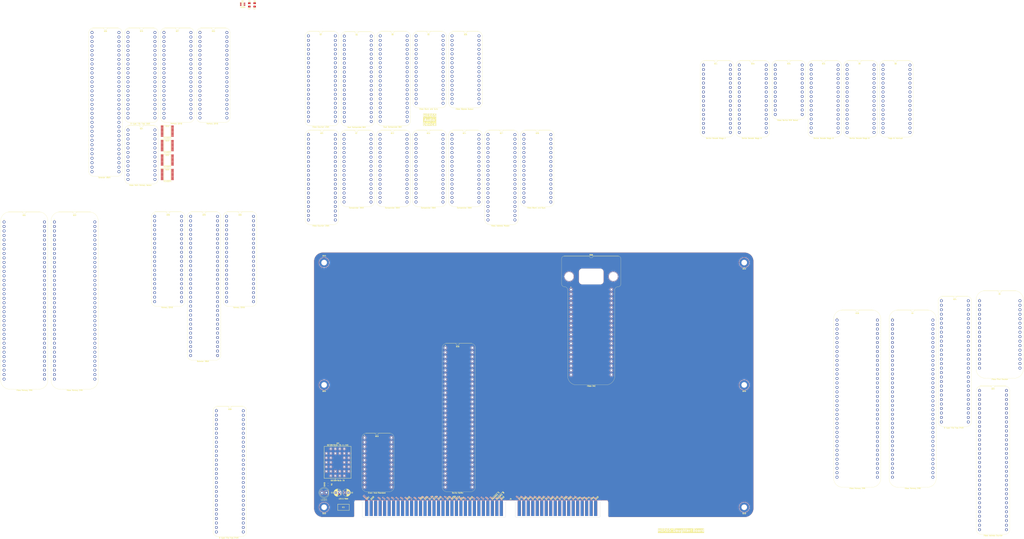
<source format=kicad_pcb>
(kicad_pcb (version 20221018) (generator pcbnew)

  (general
    (thickness 1.6)
  )

  (paper "A4")
  (layers
    (0 "F.Cu" signal)
    (31 "B.Cu" signal)
    (36 "B.SilkS" user "B.Silkscreen")
    (37 "F.SilkS" user "F.Silkscreen")
    (38 "B.Mask" user)
    (39 "F.Mask" user)
    (44 "Edge.Cuts" user)
    (45 "Margin" user)
    (46 "B.CrtYd" user "B.Courtyard")
    (47 "F.CrtYd" user "F.Courtyard")
  )

  (setup
    (stackup
      (layer "F.SilkS" (type "Top Silk Screen"))
      (layer "F.Mask" (type "Top Solder Mask") (thickness 0.01))
      (layer "F.Cu" (type "copper") (thickness 0.035))
      (layer "dielectric 1" (type "core") (thickness 1.51) (material "FR4") (epsilon_r 4.5) (loss_tangent 0.02))
      (layer "B.Cu" (type "copper") (thickness 0.035))
      (layer "B.Mask" (type "Bottom Solder Mask") (thickness 0.01))
      (layer "B.SilkS" (type "Bottom Silk Screen"))
      (copper_finish "None")
      (dielectric_constraints no)
    )
    (pad_to_mask_clearance 0)
    (pcbplotparams
      (layerselection 0x00010f0_ffffffff)
      (plot_on_all_layers_selection 0x0000000_00000000)
      (disableapertmacros false)
      (usegerberextensions false)
      (usegerberattributes true)
      (usegerberadvancedattributes true)
      (creategerberjobfile true)
      (dashed_line_dash_ratio 12.000000)
      (dashed_line_gap_ratio 3.000000)
      (svgprecision 4)
      (plotframeref false)
      (viasonmask false)
      (mode 1)
      (useauxorigin false)
      (hpglpennumber 1)
      (hpglpenspeed 20)
      (hpglpendiameter 15.000000)
      (dxfpolygonmode true)
      (dxfimperialunits true)
      (dxfusepcbnewfont true)
      (psnegative false)
      (psa4output false)
      (plotreference true)
      (plotvalue true)
      (plotinvisibletext false)
      (sketchpadsonfab false)
      (subtractmaskfromsilk false)
      (outputformat 1)
      (mirror false)
      (drillshape 0)
      (scaleselection 1)
      (outputdirectory "Fabrication/")
    )
  )

  (net 0 "")
  (net 1 "/Read Horizontal High")
  (net 2 "/Read Horizontal Low")
  (net 3 "/5V")
  (net 4 "/Enable")
  (net 5 "/GND")
  (net 6 "/D7")
  (net 7 "/D6")
  (net 8 "/Memory Frame")
  (net 9 "unconnected-(B8-INT-Pad30)")
  (net 10 "/D5")
  (net 11 "/D4")
  (net 12 "/D3")
  (net 13 "/D2")
  (net 14 "/D1")
  (net 15 "/D0")
  (net 16 "/3.3V")
  (net 17 "/H10")
  (net 18 "/H9")
  (net 19 "unconnected-(B8-N.C.-Pad31)")
  (net 20 "unconnected-(B1-N.C.-Pad18)")
  (net 21 "unconnected-(B1-N.C.-Pad19)")
  (net 22 "unconnected-(B1-N.C.-Pad20)")
  (net 23 "unconnected-(B1-N.C.-Pad22)")
  (net 24 "unconnected-(B1-N.C.-Pad23)")
  (net 25 "unconnected-(B1-N.C.-Pad24)")
  (net 26 "unconnected-(B1-N.C.-Pad25)")
  (net 27 "unconnected-(B1-N.C.-Pad26)")
  (net 28 "unconnected-(B2-N.C.-Pad18)")
  (net 29 "/H8")
  (net 30 "/H7")
  (net 31 "/Write Horizontal Shift Pattern Low")
  (net 32 "/Last Pixel+1")
  (net 33 "/A11")
  (net 34 "/A10")
  (net 35 "/A9")
  (net 36 "/A8")
  (net 37 "/A7")
  (net 38 "/A6")
  (net 39 "/A5")
  (net 40 "/A4")
  (net 41 "/A3")
  (net 42 "/A2")
  (net 43 "/A1")
  (net 44 "/A0")
  (net 45 "unconnected-(B1-N.C.-Pad27)")
  (net 46 "unconnected-(B1-N.C.-Pad29)")
  (net 47 "unconnected-(B1-TC-Pad30)")
  (net 48 "unconnected-(B1-CEP-Pad32)")
  (net 49 "/~{Reset}")
  (net 50 "/~{Horizontal Blank}")
  (net 51 "/H6")
  (net 52 "/H5")
  (net 53 "/Pixel CLK")
  (net 54 "unconnected-(B2-N.C.-Pad16)")
  (net 55 "unconnected-(B2-TC_{8..11}-Pad21)")
  (net 56 "unconnected-(B2-TC_{4..7}-Pad22)")
  (net 57 "unconnected-(B2-TC_{0..3}-Pad24)")
  (net 58 "unconnected-(B2-R0-Pad25)")
  (net 59 "/H4")
  (net 60 "unconnected-(B2-R1-Pad26)")
  (net 61 "unconnected-(B2-R2-Pad28)")
  (net 62 "unconnected-(B2-R11-Pad38)")
  (net 63 "/~{WD}")
  (net 64 "unconnected-(B2-N.C.-Pad39)")
  (net 65 "/~{Pixel CLK}")
  (net 66 "unconnected-(B3-N.C.-Pad2)")
  (net 67 "unconnected-(B3-N.C.-Pad3)")
  (net 68 "/Write Horizontal Shift Pattern High")
  (net 69 "/~{Horizontal Front Porch Start} _{CMP}")
  (net 70 "unconnected-(B3-N.C.-Pad7)")
  (net 71 "unconnected-(B3-N.C.-Pad9)")
  (net 72 "unconnected-(B3-N.C.-Pad10)")
  (net 73 "/~{Horizontal Sync Start} _{CMP}")
  (net 74 "/~{Horizontal Back Porch Start} _{CMP}")
  (net 75 "unconnected-(B3-N.C.-Pad14)")
  (net 76 "unconnected-(B3-N.C.-Pad15)")
  (net 77 "unconnected-(B3-N.C.-Pad16)")
  (net 78 "/~{Horizontal Back Porch End} _{CMP}")
  (net 79 "unconnected-(B3-N.C.-Pad19)")
  (net 80 "/~{Horizontal Sync}")
  (net 81 "/Horizontal Sync")
  (net 82 "unconnected-(B3-N.C.-Pad23)")
  (net 83 "/A14")
  (net 84 "/A13")
  (net 85 "/A12")
  (net 86 "/Row0")
  (net 87 "/First Pixel")
  (net 88 "unconnected-(B3-N.C.-Pad26)")
  (net 89 "/Horizontal Blank")
  (net 90 "unconnected-(B3-N.C.-Pad30)")
  (net 91 "unconnected-(B3-~{Back_Porch_End}-Pad18)")
  (net 92 "unconnected-(B3-N.C.-Pad32)")
  (net 93 "/H3")
  (net 94 "/C0")
  (net 95 "/C1")
  (net 96 "/C2")
  (net 97 "/C3")
  (net 98 "/C4")
  (net 99 "/C5")
  (net 100 "/C6")
  (net 101 "/C7")
  (net 102 "/C8")
  (net 103 "/~{CLK}")
  (net 104 "/Write Clear Interrupt")
  (net 105 "/Read Flags")
  (net 106 "/Write Flags")
  (net 107 "/C9")
  (net 108 "/C10")
  (net 109 "/~{Enable}_{D}")
  (net 110 "/~{Interrupt}_{D}")
  (net 111 "/C11")
  (net 112 "/C12")
  (net 113 "unconnected-(B3-~{Front_Porch_Start}-Pad31)")
  (net 114 "/A16")
  (net 115 "/~{RD}")
  (net 116 "/A15")
  (net 117 "/~{Device RAM}")
  (net 118 "/~{Device Select}")
  (net 119 "/H0_{D}")
  (net 120 "/H1_{D}")
  (net 121 "/H2_{D}")
  (net 122 "/~{Reset}_{D}")
  (net 123 "/A0_{D}")
  (net 124 "/A1_{D}")
  (net 125 "/A2_{D}")
  (net 126 "/A3_{D}")
  (net 127 "/A4_{D}")
  (net 128 "/A5_{D}")
  (net 129 "/C13")
  (net 130 "/C14")
  (net 131 "/C15")
  (net 132 "unconnected-(B8-F3-Pad22)")
  (net 133 "unconnected-(B8-F4-Pad23)")
  (net 134 "unconnected-(B8-F5-Pad24)")
  (net 135 "unconnected-(B8-N.C.-Pad25)")
  (net 136 "/C16")
  (net 137 "/C17")
  (net 138 "/C18")
  (net 139 "/C19")
  (net 140 "/Write Address Bank")
  (net 141 "/Write Address High")
  (net 142 "/Write Address Low")
  (net 143 "/A6_{D}")
  (net 144 "unconnected-(B8-N.C.-Pad32)")
  (net 145 "unconnected-(B11-N.C.-Pad14)")
  (net 146 "/~{Device ROM}")
  (net 147 "/A7_{D}")
  (net 148 "/A8_{D}")
  (net 149 "unconnected-(B11-N.C.-Pad16)")
  (net 150 "/~{Device Registers}")
  (net 151 "/A9_{D}")
  (net 152 "unconnected-(B10-N.C.-Pad20)")
  (net 153 "unconnected-(B10-N.C.-Pad22)")
  (net 154 "/A10_{D}")
  (net 155 "/12V")
  (net 156 "/A11_{D}")
  (net 157 "/A12_{D}")
  (net 158 "/A13_{D}")
  (net 159 "/A14_{D}")
  (net 160 "/~{RD}_{D}")
  (net 161 "/~{WD}_{D}")
  (net 162 "/CLK_{D}")
  (net 163 "/D7_{D}")
  (net 164 "/D6_{D}")
  (net 165 "/D5_{D}")
  (net 166 "/D4_{D}")
  (net 167 "/D3_{D}")
  (net 168 "/D2_{D}")
  (net 169 "/D1_{D}")
  (net 170 "/D0_{D}")
  (net 171 "/~{Select}_{D}")
  (net 172 "unconnected-(B16-S-Pad44)")
  (net 173 "/C20")
  (net 174 "unconnected-(IC1-N.C-Pad4)")
  (net 175 "unconnected-(IC2-N.C.-Pad1)")
  (net 176 "unconnected-(IC2-N.C.-Pad30)")
  (net 177 "/~{A4}")
  (net 178 "unconnected-(B11-N.C.-Pad26)")
  (net 179 "unconnected-(B11-N.C.-Pad27)")
  (net 180 "unconnected-(B11-N.C.-Pad29)")
  (net 181 "unconnected-(B11-N.C.-Pad30)")
  (net 182 "unconnected-(B11-N.C.-Pad31)")
  (net 183 "unconnected-(B11-N.C.-Pad32)")
  (net 184 "unconnected-(B15-Y5_{R}-Pad6)")
  (net 185 "unconnected-(B15-N.C.-Pad14)")
  (net 186 "unconnected-(B15-N.C.-Pad18)")
  (net 187 "/~{Reset}_{System}")
  (net 188 "unconnected-(J5-PadA2)")
  (net 189 "unconnected-(J5-PadA3)")
  (net 190 "unconnected-(B10-N.C.-Pad14)")
  (net 191 "unconnected-(B10-N.C.-Pad15)")
  (net 192 "unconnected-(B10-N.C.-Pad23)")
  (net 193 "unconnected-(B7-N.C.-Pad2)")
  (net 194 "/Write Horizontal Front Porch Start")
  (net 195 "/Write Horiztonal Sync Start")
  (net 196 "unconnected-(B7-N.C.-Pad18)")
  (net 197 "unconnected-(B7-N.C.-Pad19)")
  (net 198 "unconnected-(B7-N.C.-Pad30)")
  (net 199 "unconnected-(B7-N.C.-Pad32)")
  (net 200 "unconnected-(B9-Y7_{R}-Pad2)")
  (net 201 "unconnected-(B9-Y6_{R}-Pad3)")
  (net 202 "/Write Horizontal Back Porch Start")
  (net 203 "/Write Horizontal Back Porch End")
  (net 204 "/~{A3}")
  (net 205 "unconnected-(B9-N.C.-Pad14)")
  (net 206 "unconnected-(B9-N.C.-Pad18)")
  (net 207 "/Write Vertical Front Porch Start High")
  (net 208 "/Write Vertical Front Porch Start Low")
  (net 209 "/~{Vertical Front Porch Start} _{CMP}")
  (net 210 "/Vertical Sync Polarity")
  (net 211 "unconnected-(B5-N.C.-Pad1)")
  (net 212 "unconnected-(B5-N.C.-Pad2)")
  (net 213 "unconnected-(B5-N.C.-Pad4)")
  (net 214 "unconnected-(B5-N.C.-Pad5)")
  (net 215 "unconnected-(B5-N.C.-Pad17)")
  (net 216 "unconnected-(B5-N.C.-Pad18)")
  (net 217 "unconnected-(B5-N.C.-Pad19)")
  (net 218 "unconnected-(B5-N.C.-Pad20)")
  (net 219 "/Horizontal Sync Polarity")
  (net 220 "unconnected-(B5-N.C.-Pad29)")
  (net 221 "unconnected-(B5-N.C.-Pad30)")
  (net 222 "unconnected-(B5-N.C.-Pad31)")
  (net 223 "unconnected-(B5-N.C.-Pad32)")
  (net 224 "/Read Vertical High")
  (net 225 "unconnected-(B5-N.C.-Pad40)")
  (net 226 "unconnected-(B6-N.C.-Pad1)")
  (net 227 "unconnected-(B6-N.C.-Pad2)")
  (net 228 "unconnected-(B6-N.C.-Pad4)")
  (net 229 "unconnected-(B6-N.C.-Pad5)")
  (net 230 "unconnected-(B6-N.C.-Pad17)")
  (net 231 "unconnected-(B6-N.C.-Pad18)")
  (net 232 "unconnected-(B6-N.C.-Pad19)")
  (net 233 "unconnected-(B6-N.C.-Pad20)")
  (net 234 "/Read Vertical Low")
  (net 235 "unconnected-(B6-N.C.-Pad29)")
  (net 236 "unconnected-(B6-N.C.-Pad30)")
  (net 237 "unconnected-(B6-N.C.-Pad31)")
  (net 238 "unconnected-(B6-N.C.-Pad32)")
  (net 239 "/Write Vertical Sync Start High")
  (net 240 "unconnected-(B6-N.C.-Pad40)")
  (net 241 "/Write Vertical Sync Start Low")
  (net 242 "/Write Vertical Back Porch End High")
  (net 243 "/Write Vertical Back Porch End Low")
  (net 244 "/~{Vertical Back Porch End} _{CMP}")
  (net 245 "/Advance Pixel")
  (net 246 "/~{Vertical Sync Start} _{CMP}")
  (net 247 "/Write Vertical Back Porch Start High")
  (net 248 "/Write Vertical Back Porch Start Low")
  (net 249 "unconnected-(B9-Y3_{R}-Pad29)")
  (net 250 "unconnected-(B9-Y2_{R}-Pad30)")
  (net 251 "unconnected-(B9-Y1_{R}-Pad31)")
  (net 252 "unconnected-(B9-Y0_{R}-Pad32)")
  (net 253 "/Reset")
  (net 254 "unconnected-(B12-N.C.-Pad2)")
  (net 255 "/~{Vertical Back Porch Start} _{CMP}")
  (net 256 "/Read Address Bank")
  (net 257 "unconnected-(B12-N.C.-Pad18)")
  (net 258 "unconnected-(B12-N.C.-Pad19)")
  (net 259 "unconnected-(B12-N.C.-Pad30)")
  (net 260 "unconnected-(B12-N.C.-Pad32)")
  (net 261 "unconnected-(B13-N.C.-Pad2)")
  (net 262 "unconnected-(B15-Y5_{W}-Pad22)")
  (net 263 "/Read Address High")
  (net 264 "unconnected-(B13-N.C.-Pad18)")
  (net 265 "unconnected-(B13-N.C.-Pad19)")
  (net 266 "unconnected-(B13-N.C.-Pad30)")
  (net 267 "unconnected-(B13-N.C.-Pad32)")
  (net 268 "unconnected-(B14-N.C.-Pad2)")
  (net 269 "/Read Address Low")
  (net 270 "unconnected-(B15-Y1_{R}-Pad31)")
  (net 271 "unconnected-(B14-N.C.-Pad18)")
  (net 272 "unconnected-(B14-N.C.-Pad19)")
  (net 273 "unconnected-(B14-N.C.-Pad30)")
  (net 274 "unconnected-(B14-N.C.-Pad32)")
  (net 275 "unconnected-(B20-N.C.-Pad2)")
  (net 276 "unconnected-(B20-N.C.-Pad3)")
  (net 277 "unconnected-(B20-N.C.-Pad7)")
  (net 278 "unconnected-(IC4-n.c.-Pad1)")
  (net 279 "/Pixel CLK _{IN}")
  (net 280 "/First Pixel _{HALF CYCLE}")
  (net 281 "unconnected-(B20-N.C.-Pad9)")
  (net 282 "unconnected-(B20-N.C.-Pad10)")
  (net 283 "unconnected-(B20-N.C.-Pad14)")
  (net 284 "unconnected-(B20-N.C.-Pad15)")
  (net 285 "unconnected-(B20-N.C.-Pad16)")
  (net 286 "/~{Vertical Back Porch End}")
  (net 287 "unconnected-(B20-N.C.-Pad19)")
  (net 288 "/~{Vertical Sync}")
  (net 289 "/Vertical Sync")
  (net 290 "unconnected-(B20-N.C.-Pad23)")
  (net 291 "/Row1")
  (net 292 "/First Row")
  (net 293 "unconnected-(B20-N.C.-Pad26)")
  (net 294 "/~{Vertical Blank}")
  (net 295 "/Vertical Blank")
  (net 296 "unconnected-(B20-N.C.-Pad30)")
  (net 297 "/~{Front Porch Start}")
  (net 298 "unconnected-(B20-N.C.-Pad32)")
  (net 299 "unconnected-(B21-N.C.-Pad18)")
  (net 300 "unconnected-(B21-N.C.-Pad16)")
  (net 301 "unconnected-(B21-TC_{8..11}-Pad21)")
  (net 302 "unconnected-(B21-TC_{4..7}-Pad22)")
  (net 303 "unconnected-(B21-TC_{0..3}-Pad24)")
  (net 304 "unconnected-(B21-R10-Pad37)")
  (net 305 "unconnected-(B21-R11-Pad38)")
  (net 306 "/~{Memory Frame}")
  (net 307 "/A15_{D}")
  (net 308 "/A16_{D}")
  (net 309 "unconnected-(J5-PadB3)")
  (net 310 "unconnected-(J5-PadB4)")
  (net 311 "unconnected-(J5-PadB5)")
  (net 312 "unconnected-(J5-PadB6)")
  (net 313 "unconnected-(J5-PadB7)")
  (net 314 "unconnected-(J5-PadB8)")
  (net 315 "unconnected-(J5-PadB9)")
  (net 316 "unconnected-(J5-PadB11)")
  (net 317 "unconnected-(J5-PadB12)")
  (net 318 "/~{CLK}_{D}")
  (net 319 "unconnected-(J5-PadB18)")
  (net 320 "unconnected-(J5-PadB23)")
  (net 321 "unconnected-(J5-PadB25)")
  (net 322 "unconnected-(J5-PadB26)")
  (net 323 "unconnected-(J5-PadB27)")
  (net 324 "unconnected-(J5-PadB28)")
  (net 325 "/~{Memory A}")
  (net 326 "/~{Memory B}")
  (net 327 "/D~{OE}G1")
  (net 328 "unconnected-(B17-N.C.-Pad40)")
  (net 329 "/D~{OE}P1")
  (net 330 "/A20_{M}")
  (net 331 "/A19_{M}")
  (net 332 "/A18_{M}")
  (net 333 "/A17_{M}")
  (net 334 "/A16_{M}")
  (net 335 "/A15_{M}")
  (net 336 "/A14_{M}")
  (net 337 "/A13_{M}")
  (net 338 "/A12_{M}")
  (net 339 "/A11_{M}")
  (net 340 "/A10_{M}")
  (net 341 "/A9_{M}")
  (net 342 "/A8_{M}")
  (net 343 "/A7_{M}")
  (net 344 "/A6_{M}")
  (net 345 "/D7_{M}")
  (net 346 "/D6_{M}")
  (net 347 "/D5_{M}")
  (net 348 "/D4_{M}")
  (net 349 "/D3_{M}")
  (net 350 "/D2_{M}")
  (net 351 "/D1_{M}")
  (net 352 "/D0_{M}")
  (net 353 "/~{RD}_{M}")
  (net 354 "/~{WD}_{M}")
  (net 355 "/A5_{M}")
  (net 356 "/A4_{M}")
  (net 357 "/A3_{M}")
  (net 358 "/A2_{M}")
  (net 359 "/A1_{M}")
  (net 360 "/A0_{M}")
  (net 361 "Net-(LED1-K)")
  (net 362 "unconnected-(B21-N.C.-Pad39)")
  (net 363 "unconnected-(B22-N.C.-Pad19)")
  (net 364 "unconnected-(B22-N.C.-Pad24)")
  (net 365 "unconnected-(B22-N.C.-Pad25)")
  (net 366 "unconnected-(B22-N.C.-Pad29)")
  (net 367 "unconnected-(B23-Y7_{R}-Pad2)")
  (net 368 "unconnected-(B23-Y6_{R}-Pad3)")
  (net 369 "unconnected-(B23-Y5_{R}-Pad6)")
  (net 370 "unconnected-(B23-Y4_{R}-Pad7)")
  (net 371 "unconnected-(B23-N.C.-Pad14)")
  (net 372 "unconnected-(B23-N.C.-Pad18)")
  (net 373 "unconnected-(B23-Y3_{R}-Pad29)")
  (net 374 "unconnected-(B23-Y2_{R}-Pad30)")
  (net 375 "unconnected-(B23-Y1_{R}-Pad31)")
  (net 376 "unconnected-(B23-Y0_{R}-Pad32)")
  (net 377 "unconnected-(B26-N.C.-Pad18)")
  (net 378 "unconnected-(B26-N.C.-Pad19)")
  (net 379 "/Horizontal Sync _{HALF CYCLE}")
  (net 380 "/Horizontal Blank _{HALF CYCLE}")
  (net 381 "/Vertical Sync _{HALF CYCLE}")
  (net 382 "/Vertical Blank _{HALF CYCLE}")
  (net 383 "/Row2")
  (net 384 "/First Row _{HALF CYCLE}")
  (net 385 "/Row3")
  (net 386 "unconnected-(B26-N.C.-Pad30)")
  (net 387 "unconnected-(B26-N.C.-Pad31)")
  (net 388 "unconnected-(B26-N.C.-Pad32)")
  (net 389 "/Row4")
  (net 390 "/VA0")
  (net 391 "/VA1")
  (net 392 "/VA2")
  (net 393 "/VA3")
  (net 394 "/VA4")
  (net 395 "/VA5")
  (net 396 "/VA6")
  (net 397 "/VA7")
  (net 398 "/VA8")
  (net 399 "/VA9")
  (net 400 "/VA10")
  (net 401 "/VA11")
  (net 402 "/VA12")
  (net 403 "/VA13")
  (net 404 "/VA14")
  (net 405 "/VA15")
  (net 406 "/VA16")
  (net 407 "/VA17")
  (net 408 "/VA18")
  (net 409 "/VA19")
  (net 410 "/VA20")
  (net 411 "unconnected-(B24-OUT21-Pad53)")
  (net 412 "unconnected-(B24-OUT22-Pad54)")
  (net 413 "unconnected-(B24-OUT23-Pad55)")
  (net 414 "unconnected-(B22-N.C.-Pad2)")
  (net 415 "unconnected-(B22-N.C.-Pad5)")
  (net 416 "unconnected-(B22-N.C.-Pad6)")
  (net 417 "unconnected-(B22-N.C.-Pad7)")
  (net 418 "unconnected-(B22-N.C.-Pad8)")
  (net 419 "unconnected-(B22-N.C.-Pad9)")
  (net 420 "/Row5")
  (net 421 "/Row6")
  (net 422 "/Row7")
  (net 423 "/Row8")
  (net 424 "/Row9")
  (net 425 "/VPD0 _{CYCLE 2}")
  (net 426 "/VPD1 _{CYCLE 2}")
  (net 427 "/VPD2 _{CYCLE 2}")
  (net 428 "unconnected-(B22-TC_{0..3}-Pad27)")
  (net 429 "unconnected-(B22-TC_{20..23}-Pad28)")
  (net 430 "unconnected-(B22-C21-Pad54)")
  (net 431 "unconnected-(B22-C22-Pad55)")
  (net 432 "/VPD3 _{CYCLE 2}")
  (net 433 "/Row Address ~{OE}")
  (net 434 "/Row Address ~{WE}")
  (net 435 "/RA14")
  (net 436 "/RA13")
  (net 437 "/RA12")
  (net 438 "/RA11")
  (net 439 "/RA10")
  (net 440 "/RA9")
  (net 441 "/RA8")
  (net 442 "/RA7")
  (net 443 "/RA6")
  (net 444 "/RA5")
  (net 445 "/RA4")
  (net 446 "/RA3")
  (net 447 "/RA2")
  (net 448 "/RA1")
  (net 449 "/RA0")
  (net 450 "/VPD4 _{CYCLE 2}")
  (net 451 "/VPD5 _{CYCLE 2}")
  (net 452 "unconnected-(B22-C23-Pad56)")
  (net 453 "unconnected-(B23-Y7_{W}-Pad19)")
  (net 454 "unconnected-(B23-Y6_{W}-Pad20)")
  (net 455 "unconnected-(B23-Y5_{W}-Pad22)")
  (net 456 "unconnected-(B23-Y4_{W}-Pad23)")
  (net 457 "/D~{OE}P0")
  (net 458 "/D~{OE}G0")
  (net 459 "/VPD6 _{CYCLE 2}")
  (net 460 "/LA1")
  (net 461 "/LA0")
  (net 462 "/VPD7 _{CYCLE 2}")
  (net 463 "/VGD0 _{CYCLE 2}")
  (net 464 "/VGD1 _{CYCLE 2}")
  (net 465 "/VPD0")
  (net 466 "/VPD1")
  (net 467 "/VGD2 _{CYCLE 2}")
  (net 468 "/VPD2")
  (net 469 "/VPD3")
  (net 470 "/VPD4")
  (net 471 "/VPD5")
  (net 472 "/VPD6")
  (net 473 "/VPD7")
  (net 474 "/VGD3 _{CYCLE 2}")
  (net 475 "/VGD4 _{CYCLE 2}")
  (net 476 "/VGD5 _{CYCLE 2}")
  (net 477 "/VGD6 _{CYCLE 2}")
  (net 478 "/VGD7 _{CYCLE 2}")
  (net 479 "/VGD0")
  (net 480 "/VGD1")
  (net 481 "/VGD2")
  (net 482 "/VGD3")
  (net 483 "/VGD4")
  (net 484 "/VGD5")
  (net 485 "/VGD6")
  (net 486 "/VGD7")
  (net 487 "/Last Row+1")
  (net 488 "/Row Address 0")
  (net 489 "/Row Address 1")
  (net 490 "/Row Address 2")
  (net 491 "/Row Address 3")
  (net 492 "/Row Address 4")
  (net 493 "/Row Address 5")
  (net 494 "/Row Address 6")
  (net 495 "/~{Load Address Bank}")
  (net 496 "/~{Load Address High}")
  (net 497 "/~{Load Address Low}")
  (net 498 "unconnected-(J5-PadC1)")
  (net 499 "unconnected-(J5-PadC2)")
  (net 500 "unconnected-(J5-PadC3)")
  (net 501 "/Row Address 7")
  (net 502 "/(~{RD}·~{WD})+~{Device RAM 0}")
  (net 503 "/(~{RD}·~{WD})+~{Device RAM 1}")
  (net 504 "unconnected-(B25-N.C.-Pad6)")
  (net 505 "/~{WD}+~{Device RAM 3}")
  (net 506 "/~{WD}+~{Device RAM 2}")
  (net 507 "/~{WD}+~{Device RAM 1}")
  (net 508 "/~{RD}+~{Device RAM 3}")
  (net 509 "/~{RD}+~{Device RAM 2}")
  (net 510 "/~{RD}+~{Device RAM 1}")
  (net 511 "/~{Device RAM 0}")
  (net 512 "/(~{RD}·~{WD})+~{Device RAM 3}")
  (net 513 "/(~{RD}·~{WD})+~{Device RAM 2}")
  (net 514 "/Last Row+1 _{HALF CYCLE}")
  (net 515 "/Last Pixel+1 _{HALF CYCLE}")
  (net 516 "/Palette14")
  (net 517 "/Palette13")
  (net 518 "/Palette12")
  (net 519 "/Palette11")
  (net 520 "/Palette10")
  (net 521 "/Palette9")
  (net 522 "/Palette8")
  (net 523 "/Palette7")
  (net 524 "/Palette6")
  (net 525 "/Palette5")
  (net 526 "/Palette4")
  (net 527 "/Palette3")
  (net 528 "/Palette2")
  (net 529 "/Palette1")
  (net 530 "/Palette0")
  (net 531 "/Blue0")
  (net 532 "/Blue1")
  (net 533 "/Blue2")
  (net 534 "/Blue3")
  (net 535 "/Blue4")
  (net 536 "/Blue5")
  (net 537 "/Blue6")
  (net 538 "/Blue7")
  (net 539 "unconnected-(B29-N.C.-Pad18)")
  (net 540 "unconnected-(B29-N.C.-Pad39)")
  (net 541 "unconnected-(B29-N.C.-Pad40)")
  (net 542 "unconnected-(B29-Y15-Pad58)")
  (net 543 "unconnected-(B29-Y16-Pad59)")
  (net 544 "unconnected-(B29-Y17-Pad60)")
  (net 545 "/Green0")
  (net 546 "/Green1")
  (net 547 "/Green2")
  (net 548 "/Green3")
  (net 549 "/Green4")
  (net 550 "/Green5")
  (net 551 "/Green6")
  (net 552 "/Green7")
  (net 553 "/Red0")
  (net 554 "/Red1")
  (net 555 "/Red2")
  (net 556 "/Red3")
  (net 557 "/Red4")
  (net 558 "/Red5")
  (net 559 "/Red6")
  (net 560 "/Red7")
  (net 561 "unconnected-(B34-N.C.-Pad2)")
  (net 562 "unconnected-(B34-N.C.-Pad10)")
  (net 563 "unconnected-(B34-N.C.-Pad11)")
  (net 564 "unconnected-(B34-N.C.-Pad12)")
  (net 565 "unconnected-(B34-N.C.-Pad14)")
  (net 566 "unconnected-(B35-N.C.-Pad18)")
  (net 567 "unconnected-(B35-N.C.-Pad39)")
  (net 568 "unconnected-(B35-N.C.-Pad40)")
  (net 569 "unconnected-(B35-Y15-Pad58)")
  (net 570 "unconnected-(B36-N.C.-Pad1)")
  (net 571 "unconnected-(B36-N.C.-Pad5)")
  (net 572 "unconnected-(B36-N.C.-Pad9)")
  (net 573 "unconnected-(B36-N.C.-Pad31)")
  (net 574 "/Horizontal Sync _{CYCLE 4}")
  (net 575 "/Horizontal Blank _{CYCLE 4}")
  (net 576 "/Vertical Sync _{CYCLE 4}")
  (net 577 "/Vertical Blank _{CYCLE 3}")
  (net 578 "/Horizontal Blank _{CYCLE 3}")
  (net 579 "/Vertical Blank _{CYCLE 1}")
  (net 580 "/Vertical Sync _{CYCLE 1}")
  (net 581 "/Horizontal Blank _{CYCLE 1}")
  (net 582 "/Horizontal Sync _{CYCLE 1}")
  (net 583 "/Horizontal Sync _{CYCLE 2H}")
  (net 584 "/Horizontal Blank _{CYCLE 2H}")
  (net 585 "/Vertical Sync _{CYCLE 2H}")
  (net 586 "/Vertical Blank _{CYCLE 2H}")
  (net 587 "/Horizontal Sync _{CYCLE 1H}")
  (net 588 "/Horizontal Blank _{CYCLE 1H}")
  (net 589 "/Vertical Sync _{CYCLE 1H}")
  (net 590 "/Vertical Blank _{CYCLE 1H}")
  (net 591 "/Horizontal Sync _{CYCLE 2}")
  (net 592 "/Horizontal Blank _{CYCLE 2}")
  (net 593 "/Vertical Sync _{CYCLE 2}")
  (net 594 "/Vertical Blank _{CYCLE 2}")
  (net 595 "/Vertical Blank _{CYCLE 4}")
  (net 596 "/Vertical Sync _{CYCLE 3}")
  (net 597 "/Horizontal Sync _{CYCLE 3}")
  (net 598 "/Horizontal Sync _{CYCLE 4H}")
  (net 599 "/Horizontal Blank _{CYCLE 4H}")
  (net 600 "/Vertical Sync _{CYCLE 4H}")
  (net 601 "/Vertical Blank _{CYCLE 4H}")
  (net 602 "/Horizontal Sync _{CYCLE 3H}")
  (net 603 "/Horizontal Blank _{CYCLE 3H}")
  (net 604 "/Vertical Sync _{CYCLE 3H}")
  (net 605 "/Vertical Blank _{CYCLE 3H}")
  (net 606 "/Blue7 _{HALF CYCLE}")
  (net 607 "/Blue6 _{HALF CYCLE}")
  (net 608 "/Blue5 _{HALF CYCLE}")
  (net 609 "/Blue4 _{HALF CYCLE}")
  (net 610 "/Blue3 _{HALF CYCLE}")
  (net 611 "/Blue2 _{HALF CYCLE}")
  (net 612 "/Blue1 _{HALF CYCLE}")
  (net 613 "/Blue0 _{HALF CYCLE}")
  (net 614 "/Red0 _{HALF CYCLE}")
  (net 615 "/Red1 _{HALF CYCLE}")
  (net 616 "/Red2 _{HALF CYCLE}")
  (net 617 "/Red3 _{HALF CYCLE}")
  (net 618 "/Red4 _{HALF CYCLE}")
  (net 619 "/Red5 _{HALF CYCLE}")
  (net 620 "/Red6 _{HALF CYCLE}")
  (net 621 "/Red7 _{HALF CYCLE}")
  (net 622 "/Green0 _{HALF CYCLE}")
  (net 623 "/Green1 _{HALF CYCLE}")
  (net 624 "/Green2 _{HALF CYCLE}")
  (net 625 "/Green3 _{HALF CYCLE}")
  (net 626 "/Green4 _{HALF CYCLE}")
  (net 627 "/Green5 _{HALF CYCLE}")
  (net 628 "/Green6 _{HALF CYCLE}")
  (net 629 "/Green7 _{HALF CYCLE}")

  (footprint "HCP65_Parts:HCP65_MountingHole_M3_" (layer "F.Cu") (at 25.4 20.32))

  (footprint "HCP65_Parts:HCP65_Video_Memory_2MB" (layer "F.Cu") (at 346.964 52.832))

  (footprint "Capacitor_THT:CP_Radial_D4.0mm_P2.00mm" (layer "F.Cu") (at 37.1274 150.495))

  (footprint "HCP65_Parts:HCP65_Video_Memory_2MB" (layer "F.Cu") (at -155.671 -2.667))

  (footprint "HCP65_Parts:HCP65_Video_Address_Counter" (layer "F.Cu") (at 396.24 92.71))

  (footprint "LED_THT:LED_D5.0mm" (layer "F.Cu") (at 26.675 150.495 180))

  (footprint "HCP65_Parts:HCP65_Device_Decode_Stage_B" (layer "F.Cu") (at 321.31 -91.44))

  (footprint "SamacSys_Parts:SOP65P640X110-20N" (layer "F.Cu") (at -63.325 -29.526))

  (footprint "SamacSys_Parts:SOP65P640X110-20N" (layer "F.Cu") (at -63.325 -37.701))

  (footprint "HCP65_Parts:HCP65_Device_Buffer" (layer "F.Cu") (at 93.98 68.58))

  (footprint "SamacSys_Parts:98pin Edge Connector" (layer "F.Cu")
    (tstamp 34e0dc9b-2de6-43d8-ac5c-e6253220ef2b)
    (at 42.1132 164.465)
    (descr "98pin Edge Connector")
    (tags "98pin Edge Connector")
    (property "Arrow Part Number" "")
    (property "Arrow Price/Stock" "")
    (property "Description" "Standard Card Edge Connectors 98P Solder Tail 5.08mm ROW SPACE")
    (property "Height" "15.4")
    (property "Manufacturer_Name" "EDAC")
    (property "Manufacturer_Part_Number" "395-098-520-350")
    (property "Mouser Part Number" "587-395-098-520-350")
    (property "Mouser Price/Stock" "https://www.mouser.co.uk/ProductDetail/EDAC/395-098-520-350?qs=U4pz39agNJAWEyGruTa5gg%3D%3D")
    (property "Sheetfile" "Video Board.kicad_sch")
    (property "Sheetname" "")
    (property "ki_description" "Standard Card Edge Connectors 98P Solder Tail 5.08mm ROW SPACE")
    (path "/338120ad-7295-4426-b745-b50d748c88e9")
    (attr exclude_from_pos_files)
    (fp_text reference "J5" (at 88.707048 -10.414) (layer "F.SilkS")
        (effects (font (size 0.635 0.635) (thickness 0.15)))
      (tstamp e66b1c38-2dfc-49cd-ac83-3962bb9eb3bf)
    )
    (fp_text value "395-098-520-350" (at 89.337048 -11.58) (layer "F.Fab")
        (effects (font (size 1 1) (thickness 0.15)))
      (tstamp 847fdb45-6388-4346-b9ee-aca798a7018a)
    )
    (fp_text user "${REFERENCE}" (at 88.707048 1.252) (layer "F.Fab")
        (effects (font (size 1 1) (thickness 0.15)))
      (tstamp 87c45dc3-9c6f-4ecb-9bb5-fce691d03851)
    )
    (fp_line (start 0.5 -8.413) (end 0.5 -0.5)
      (stroke (width 0.1) (type solid)) (layer "Edge.Cuts") (tstamp 7462e38c-8d10-4831-91de-9fb37b7bbc09))
    (fp_line (start 0.5 -0.5) (end 0 0)
      (stroke (width 0.1) (type solid)) (layer "Edge.Cuts") (tstamp 891f61d8-5bd2-4296-9691-65a0e2023eb8))
    (fp_line (start 3.81 -9.479799) (end 1.577048 -9.479799)
      (stroke (width 0.1) (type solid)) (layer "Edge.Cuts") (tstamp 8a40d01f-1e52-46c4-bf10-ae1ef29b6335))
    (fp_line (start 4.887048 -8.413) (end 4.887048 -0.5)
      (stroke (width 0.1) (type solid)) (layer "Edge.Cuts") (tstamp 1d0b15ec-9e8a-490c-9c31-c3d90faa048d))
    (fp_line (start 4.887048 -0.5) (end 5.387048 0)
      (stroke (width 0.1) (type solid)) (layer "Edge.Cuts") (tstamp 2faff235-89b5-4d10-ba9b-dc5951a84f96))
    (fp_line (start 85.540048 0) (end 5.387048 0)
      (stroke (width 0.1) (type solid)) (layer "Edge.Cuts") (tstamp 978d3fda-d7df-40a1-82e9-03eaa1c29174))
    (fp_line (start 86.040048 -8.4) (end 86.040048 -0.5)
      (stroke (width 0.1) (type solid)) (layer "Edge.Cuts") (tstamp 706bf06b-e7f0-41cf-ad1f-b0fc215b787e))
    (fp_line (start 86.040048 -0.5) (end 85.540048 0)
      (stroke (width 0.1) (type solid)) (layer "Edge.Cuts") (tstamp 8c3a1a50-64e1-40a4-b305-63b9b449e25d))
    (fp_line (start 87.117096 -9.466799) (end 90.297 -9.466799)
      (stroke (width 0.1) (type solid)) (layer "Edge.Cuts") (tstamp 1c865eb9-d859-4b0b-b97f-0d43c2f9f433))
    (fp_line (start 91.374048 -8.4) (end 91.374048 -0.5)
      (stroke (width 0.1) (type solid)) (layer "Edge.Cuts") (tstamp a3c44f48-2105-4eed-8e74-e3fd29541048))
    (fp_line (start 91.374048 -0.5) (end 91.874048 0)
      (stroke (width 0.1) (type solid)) (layer "Edge.Cuts") (tstamp 6f6f65ed-c70f-4c09-a79d-586347796a95))
    (fp_line (start 138.999048 0) (end 91.874048 0)
      (stroke (width 0.1) (type solid)) (layer "Edge.Cuts") (tstamp a420d8ad-72d5-4040-bc6e-2b4459da2b9e))
    (fp_line (start 139.499048 -8.4) (end 139.499048 -0.5)
      (stroke (width 0.1) (type solid)) (layer "Edge.Cuts") (tstamp 98d6409a-dbf7-4e3b-a6f3-56785d3dffa1))
    (fp_line (start 139.499048 -0.5) (end 138.999048 0)
      (stroke (width 0.1) (type solid)) (layer "Edge.Cuts") (tstamp 1545d4be-d803-4c1a-b947-1b793c310356))
    (fp_line (start 140.576096 -9.466799) (end 142.809048 -9.466799)
      (stroke (width 0.1) (type solid)) (layer "Edge.Cuts") (tstamp 1324ce93-2dfb-4377-927c-f387d38e953a))
    (fp_line (start 143.886096 -8.4) (end 143.886096 -0.5)
      (stroke (width 0.1) (type solid)) (layer "Edge.Cuts") (tstamp 5f70d660-625a-4b8b-a1ac-956e93eb08e9))
    (fp_line (start 143.886096 -0.5) (end 144.386096 0)
      (stroke (width 0.1) (type solid)) (layer "Edge.Cuts") (tstamp c392a158-3e66-44bb-8cc8-a81bf6c5b094))
    (fp_arc (start 0.5 -8.413) (mid 0.817585 -9.169461) (end 1.577048 -9.479799)
      (stroke (width 0.1) (type solid)) (layer "Edge.Cuts") (tstamp 5a7883eb-f4c0-4b91-87a9-0a2838975100))
    (fp_arc (start 3.81 -9.479799) (mid 4.569467 -9.169465) (end 4.887048 -8.413)
      (stroke (width 0.1) (type solid)) (layer "Edge.Cuts") (tstamp 6dd6bfd2-593d-437b-915a-96c1237e77b7))
    (fp_arc (start 86.040048 -8.4) (mid 86.35762 -9.156489) (end 87.117096 -9.466799)
      (stroke (width 0.1) (type solid)) (layer "Edge.Cuts") (tstamp faebb87e-0b09-4af4-8cb9-e8e705bce8c9))
    (fp_arc (start 90.297 -9.466799) (mid 91.056441 -9.156453) (end 91.374048 -8.4)
      (stroke (width 0.1) (type solid)) (layer "Edge.Cuts") (tstamp c8cc6ad7-280c-4887-9b3a-1e6428063739))
    (fp_arc (start 139.499048 -8.4) (mid 139.81662 -9.156489) (end 140.576096 -9.466799)
      (stroke (width 0.1) (type solid)) (layer "Edge.Cuts") (tstamp e37c65cc-0aac-4cc2-8dc4-50f5b963c99a))
    (fp_arc (start 142.809048 -9.466799) (mid 143.568523 -9.156472) (end 143.886096 -8.4)
      (stroke (width 0.1) (type solid)) (layer "Edge.Cuts") (tstamp 93b0cd08-4287-402e-b85e-1401441688b5))
    (fp_line (start -0.192952 -0.018) (end -0.192952 -9.92)
      (stroke (width 0.05) (type solid)) (layer "B.CrtYd") (tstamp fc2e692b-2162-4c11-91eb-e853e0a4a865))
    (fp_line (start -0.192952 -0.018) (end 144.587048 -0.018)
      (stroke (width 0.05) (type solid)) (layer "B.CrtYd") (tstamp 9fdcba37-3cae-4edb-a8c1-51a058ac357f))
    (fp_line (start 144.587048 -9.92) (end -0.192952 -9.92)
      (stroke (width 0.05) (type solid)) (layer "B.CrtYd") (tstamp b51ae6d5-cbf2-4955-b9e2-1cfa476e50e8))
    (fp_line (start 144.587048 -9.92) (end 144.587048 -0.018)
      (stroke (width 0.05) (type solid)) (layer "B.CrtYd") (tstamp bac5a328-f17c-4206-a061-b88326bab6c3))
    (fp_line (start -0.192952 -0.018) (end -0.192952 -9.92)
      (stroke (width 0.05) (type solid)) (layer "F.CrtYd") (tstamp 1fbb2ace-e554-4877-b615-fd01c5e49f9b))
    (fp_line (start -0.192952 -0.018) (end 144.587048 -0.018)
      (stroke (width 0.05) (type solid)) (layer "F.CrtYd") (tstamp f729cf10-2f97-4b6c-aa30-34569ab90e2f))
    (fp_line (start 144.587048 -9.92) (end -0.192952 -9.92)
      (stroke (width 0.05) (type solid)) (layer "F.CrtYd") (tstamp 86c16ea3-ac4d-4aa5-9334-1c25b2130ad8))
    (fp_line (start 144.587048 -9.92) (end 144.587048 -0.018)
      (stroke (width 0.05) (type solid)) (layer "F.CrtYd") (tstamp b14a8a0b-67b0-470c-9d18-22b1072cfa42))
    (fp_line (start 0 -0.031) (end 0.002248 -9.683)
      (stroke (width 0.1) (type solid)) (layer "B.Fab") (tstamp 4ca0e853-8e9a-4e36-9379-ada68726d3db))
    (fp_line (start 0.484 -0.031) (end 0 -0.031)
      (stroke (width 0.1) (type solid)) (layer "B.Fab") (tstamp 3e8f9472-93d2-498d-895c-7571e8dc6eb7))
    (fp_line (start 0.484 -0.031) (end 0.492 -8.413)
      (stroke (width 0.1) (type solid)) (layer "B.Fab") (tstamp d99eace8-134c-4b7c-ae39-684b0c0d9b84))
    (fp_line (start 4.879048 -0.031) (end 4.887048 -8.413)
      (stroke (width 0.1) (type solid)) (layer "B.Fab") (tstamp eaae1266-f9b2-416e-8c93-274c57fe2f87))
    (fp_line (start 4.879048 -0.031) (end 86.040048 -0.018)
      (stroke (width 0.1) (type solid)) (layer "B.Fab") (tstamp 28f069bc-3460-4a48-855e-4e9e1c312c8d))
    (fp_line (start 4.887048 -8.413) (end 0.492 -8.413)
      (stroke (width 0.1) (type solid)) (layer "B.Fab") (tstamp ed9c365d-8c9e-4e4c-92a6-df2845ea9995))
    (fp_line (start 86.040048 -8.4) (end 91.247048 -8.4)
      (stroke (width 0.1) (type solid)) (layer "B.Fab") (tstamp 20ae4788-fcf6-44c4-ba76-04a40d5c80ca))
    (fp_line (start 86.040048 -0.018) (end 86.040048 -8.4)
      (stroke (width 0.1) (type solid)) (layer "B.Fab") (tstamp 8d7f7053-fd73-4ddb-b41d-971b3203aa99))
    (fp_line (start 91.374048 -8.4) (end 91.374048 -0.018)
      (stroke (width 0.1) (type solid)) (layer "B.Fab") (tstamp e64b6038-d5b8-4f12-9907-2e0c2044b017))
    (fp_line (start 91.374048 -0.018) (end 139.507048 -0.018)
      (stroke (width 0.1) (type solid)) (layer "B.Fab") (tstamp f0da5e82-b620-49b0-9035-5ca643b3dd8e))
    (fp_line (start 139.499048 -8.4) (end 143.894096 -8.4)
      (stroke (width 0.1) (type solid)) (layer "B.Fab") (tstamp 3da08c68-5082-40bb-a7f0-19f89a1bb5ae))
    (fp_line (start 139.507048 -0.018) (end 139.499048 -8.4)
      (stroke (width 0.1) (type solid)) (layer "B.Fab") (tstamp 7e687767-14f2-4a28-ab8c-d3f43cc2e216))
    (fp_line (start 143.902096 -0.018) (end 143.894096 -8.4)
      (stroke (width 0.1) (type solid)) (layer "B.Fab") (tstamp 6f16914b-35bb-4d27-86e3-1282c53de187))
    (fp_line (start 143.902096 -0.018) (end 144.383848 -0.018)
      (stroke (width 0.1) (type solid)) (layer "B.Fab") (tstamp 9c8a4bd3-5062-4534-b177-a5151f138bd7))
    (fp_line (start 144.383848 -9.67) (end 0.002248 -9.683)
      (stroke (width 0.1) (type solid)) (layer "B.Fab") (tstamp 238b8046-6f13-4fb4-8a83-c1e1787fb3ba))
    (fp_line (start 144.383848 -0.018) (end 144.383848 -9.67)
      (stroke (width 0.1) (type solid)) (layer "B.Fab") (tstamp 2fb83c92-c771-44b8-9faa-589827444887))
    (pad "A1" connect rect (at 7.366 -5.08) (size 1.78 8.62) (layers "B.Cu" "B.Mask")
      (net 187 "/~{Reset}_{System}") (pinfunction "A1") (pintype "passive+no_connect") (tstamp 31589de6-38cb-423e-acb1-0d43a7642f30))
    (pad "A2" connect rect (at 9.906 -5.08) (size 1.78 8.62) (layers "B.Cu" "B.Mask")
      (net 188 "unconnected-(J5-PadA2)") (pinfunction "A2") (pintype "passive+no_connect") (tstamp ab64fdb0-9dde-4bc3-9b1d-a6e0aeaf0e46))
    (pad "A3" connect rect (at 12.446 -5.08) (size 1.78 8.62) (layers "B.Cu" "B.Mask")
      (net 189 "unconnected-(J5-PadA3)") (pinfunction "A3") (pintype "passive+no_connect") (tstamp ca69aa9a-0eef-4ec9-8ee4-78927fda88a0))
    (pad "A4" connect rect (at 14.986 -5.08) (size 1.78 8.62) (layers "B.Cu" "B.Mask")
      (net 123 "/A0_{D}") (pinfunction "A4") (pintype "passive") (tstamp b3a558ae-d39b-4064-bf13-66c48bdf187a))
    (pad "A5" connect rect (at 17.526 -5.08) (size 1.78 8.62) (layers "B.Cu" "B.Mask")
      (net 124 "/A1_{D}") (pinfunction "A5") (pintype "passive") (tstamp 4676fdef-4944-46d9-8f03-45376ca5a9fb))
    (pad "A6" connect rect (at 20.066 -5.08) (size 1.78 8.62) (layers "B.Cu" "B.Mask")
      (net 125 "/A2_{D}") (pinfunction "A6") (pintype "passive") (tstamp c23a623f-476d-464f-bce0-fea747b521f9))
    (pad "A7" connect rect (at 22.606 -5.08) (size 1.78 8.62) (layers "B.Cu" "B.Mask")
      (net 126 "/A3_{D}") (pinfunction "A7") (pintype "passive") (tstamp 73865e88-c8a8-4685-8bad-f1645202d78a))
    (pad "A8" connect rect (at 25.146 -5.08) (size 1.78 8.62) (layers "B.Cu" "B.Mask")
      (net 127 "/A4_{D}") (pinfunction "A8") (pintype "passive") (tstamp cbb7ad4f-df7c-45cf-9047-452909037feb))
    (pad "A9" connect rect (at 27.686 -5.08) (size 1.78 8.62) (layers "B.Cu" "B.Mask")
      (net 128 "/A5_{D}") (pinfunction "A9") (pintype "passive") (tstamp 9eb65977-969b-41d2-9358-2c3b97797036))
    (pad "A10" connect rect (at 30.226 -5.08) (size 1.78 8.62) (layers "B.Cu" "B.Mask")
      (net 143 "/A6_{D}") (pinfunction "A10") (pintype "passive") (tstamp 989c01dd-5391-4667-a38e-08bd9371b964))
    (pad "A11" connect rect (at 32.766 -5.08) (size 1.78 8.62) (layers "B.Cu" "B.Mask")
      (net 147 "/A7_{D}") (pinfunction "A11") (pintype "passive") (tstamp 9dced5a6-ba59-40b6-b82f-b40386b77ef8))
    (pad "A12" connect rect (at 35.306 -5.08) (size 1.78 8.62) (layers "B.Cu" "B.Mask")
      (net 148 "/A8_{D}") (pinfunction "A12") (pintype "passive") (tstamp 7128a52f-b53d-449f-942c-e66c3e676486))
    (pad "A13" connect rect (at 37.846 -5.08) (size 1.78 8.62) (layers "B.Cu" "B.Mask")
      (net 151 "/A9_{D}") (pinfunction "A13") (pintype "passive") (tstamp 7cdeb6c4-7ea6-4b3d-949b-5dcdedd46915))
    (pad "A14" connect rect (at 40.386 -5.08) (size 1.78 8.62) (layers "B.Cu" "B.Mask")
      (net 154 "/A10_{D}") (pinfunction "A14") (pintype "passive") (tstamp c467d6cd-1c6f-43a7-a68d-4ccc39e6c977))
    (pad "A15" connect rect (at 42.926 -5.08) (size 1.78 8.62) (layers "B.Cu" "B.Mask")
      (net 156 "/A11_{D}") (pinfunction "A15") (pintype "passive") (tstamp d92821fb-e712-420e-b3a6-e20615a907f5))
    (pad "A16" connect rect (at 45.466 -5.08) (size 1.78 8.62) (layers "B.Cu" "B.Mask")
      (net 157 "/A12_{D}") (pinfunction "A16") (pintype "passive") (tstamp 85b84005-cef6-4845-96ac-66da0ecd0bac))
    (pad "A17" connect rect (at 48.006 -5.08) (size 1.78 8.62) (layers "B.Cu" "B.Mask")
      (net 158 "/A13_{D}") (pinfunction "A17") (pintype "passive") (tstamp 80057ac9-469a-4a31-9f23-ac411eca174d))
    (pad "A18" connect rect (at 50.546 -5.08) (size 1.78 8.62) (layers "B.Cu" "B.Mask")
      (net 159 "/A14_{D}") (pinfunction "A18") (pintype "passive") (tstamp 4acfedc0-a55e-48ed-a13b-b5f00da4ef2d))
    (pad "A19" connect rect (at 53.086 -5.08) (size 1.78 8.62) (layers "B.Cu" "B.Mask")
      (net 307 "/A15_{D}") (pinfunction "A19") (pintype "passive") (tstamp db10a5b2-c7f6-4231-b78d-71e5b2d9796e))
    (pad "A20" connect rect (at 55.626 -5.08) (size 1.78 8.62) (layers "B.Cu" "B.Mask")
      (net 308 "/A16_{D}") (pinfunction "A20") (pintype "passive") (tstamp 5703319f-ad83-4247-8ff3-bc23a62d801e))
    (pad "A21" connect rect (at 58.166 -5.08) (size 1.78 8.62) (layers "B.Cu" "B.Mask")
      (net 163 "/D7_{D}") (pinfunction "A21") (pintype "passive") (tstamp d99e9ff2-1b9d-43cb-8cf0-e1f01cef9d79))
    (pad "A22" connect rect (at 60.706 -5.08) (size 1.78 8.62) (layers "B.Cu" "B.Mask")
      (net 164 "/D6_{D}") (pinfunction "A22") (pintype "passive") (tstamp 02a401bd-79ef-4fd5-8c7d-6ed3c6c3133c))
    (pad "A23" connect rect (at 63.246 -5.08) (size 1.78 8.62) (layers "B.Cu" "B.Mask")
      (net 165 "/D5_{D}") (pinfunction "A23") (pintype "passive") (tstamp 0ffc0824-12a3-4fbe-b1bc-156472a3fe8a))
    (pad "A24" connect rect (at 65.786 -5.08) (size 1.78 8.62) (layers "B.Cu" "B.Mask")
      (net 166 "/D4_{D}") (pinfunction "A24") (pintype "passive") (tstamp dc9615ef-6f07-4289-aa48-8bbd6ffc4e72))
    (pad "A25" connect rect (at 68.326 -5.08) (size 1.78 8.62) (layers "B.Cu" "B.Mask")
      (net 167 "/D3_{D}") (pinfunction "A25") (pintype "passive") (tstamp dbe12a74-1907-43a1-a7e7-23a734496ed5))
    (pad "A26" connect rect (at 70.866 -5.08) (size 1.78 8.62) (layers "B.Cu" "B.Mask")
      (net 168 "/D2_{D}") (pinfunction "A26") (pintype "passive") (tstamp 84f358a2-253e-4cf1-9be4-90676501550d))
    (pad "A27" connect rect (at 73.406 -5.08) (size 1.78 8.62) (layers "B.Cu" "B.Mask")
      (net 169 "/D1_{D}") (pinfunction "A27") (pintype "passive") (tstamp ee8f40a3-9340-488c-9c7d-0e5aa2081c74))
    (pad "A28" connect rect (at 75.946 -5.08) (size 1.78 8.62) (layers "B.Cu" "B.Mask")
      (net 170 "/D0_{D}") (pinfunction "A28") (pintype "passive") (tstamp b3df87e3-2f83-4af9-a53c-4b2f597c760d))
    (pad "A29" connect rect (at 78.486 -5.08) (size 1.78 8.62) (layers "B.Cu" "B.Mask")
      (net 121 "/H2_{D}") (pinfunction "A29") (pintype "passive") (tstamp 5c5247b3-85e3-416d-b2aa-aa9610c4e32f))
    (pad "A30" connect rect (at 81.026 -5.08) (size 1.78 8.62) (layers "B.Cu" "B.Mask")
      (net 120 "/H1_{D}") (pinfunction "A30") (pintype "passive") (tstamp ce102b0e-5de6-4428-a85a-043181ccb92d))
    (pad "A31" connect rect (at 83.566 -5.08) (size 1.78 8.62) (layers "B.Cu" "B.Mask")
      (net 119 "/H0_{D}") (pinfunction "A31") (pintype "passive") (tstamp c91f3ff1-957f-4b22-99bf-27231f84a346))
    (pad "B1" connect rect (at 7.366 -5.08) (size 1.78 8.62) (layers "F.Cu" "F.Mask")
      (net 155 "/12V") (pinfunction "B1") (pintype "passive") (tstamp 8f3616f1-6863-4f2b-8c89-73678570feab))
    (pad "B2" connect rect (at 9.906 -5.08) (size 1.78 8.62) (layers "F.Cu" "F.Mask")
      (net 5 "/GND") (pinfunction "B2") (pintype "passive") (tstamp 634dddae-a9b0-41f3-9219-6ffcfa71c162))
    (pad "B3" connect rect (at 12.446 -5.08) (size 1.78 8.62) (layers "F.Cu" "F.Mask")
      (net 309 "unconnected-(J5-PadB3)") (pinfunction "B3") (pintype "passive+no_connect") (tstamp 1aca16d2-fbb1-4ecd-9a03-0f46e7b68550))
    (pad "B4" connect rect (at 14.986 -5.08) (size 1.78 8.62) (layers "F.Cu" "F.Mask")
      (net 310 "unconnected-(J5-PadB4)") (pinfunction "B4") (pintype "passive+no_connect") (tstamp 484223ee-07f5-44b2-bc1f-8e65bb835642))
    (pad "B5" connect rect (at 17.526 -5.08) (size 1.78 8.62) (layers "F.Cu" "F.Mask")
      (net 311 "unconnected-(J5-PadB5)") (pinfunction "B5") (pintype "passive+no_connect") (tstamp c361f95b-6cc6-403e-8829-0fd208507f8d))
    (pad "B6" connect rect (at 20.066 -5.08) (size 1.78 8.62) (layers "F.Cu" "F.Mask")
      (net 312 "unconnected-(J5-PadB6)") (pinfunction "B6") (pintype "passive+no_connect") (tstamp 38d9d496-890d-46dd-9ee9-ba81917bf4d0))
    (pad "B7" connect rect (at 22.606 -5.08) (size 1.78 8.62) (layers "F.Cu" "F.Mask")
      (net 313 "unconnected-(J5-PadB7)") (pinfunction "B7") (pintype "passive+no_connect") (tstamp 77eed580-7df0-4512-9d3c-29675850a301))
    (pad "B8" connect rect (at 25.146 -5.08) (size 1.78 8.62) (layers "F.Cu" "F.Mask")
      (net 314 "unconnected-(J5-PadB8)") (pinfunction "B8") (pintype "passive+no_connect") (tstamp f2733186-f303-45b8-8562-a59bb7383d67))
    (pad "B9" connect rect (at 27.686 -5.08) (size 1.78 8.62) (layers "F.Cu" "F.Mask")
      (net 315 "unconnected-(J5-PadB9)") (pinfunction "B9") (pintype "passive+no_connect") (tstamp 5bcdfd9b-d730-4ee3-903c-fe6b851298e5))
    (pad "B10" connect rect (at 30.226 -5.08) (size 1.78 8.62) (layers "F.Cu" "F.Mask")
      (net 5 "/GND") (pinfunction "B10") (pintype "passive") (tstamp a70daeed-c80e-4c3e-a8ba-8259dee66316))
    (pad "B11" connect rect (at 32.766 -5.08) (size 1.78 8.62) (layers "F.Cu" "F.Mask")
      (net 316 "unconnected-(J5-PadB11)") (pinfunction "B11") (pintype "passive+no_connect") (tstamp 43352ee8-a6db-4d56-b68b-eeb7bb952daa))
    (pad "B12" connect rect (at 35.306 -5.08) (size 1.78 8.62) (layers "F.Cu" "F.Mask")
      (net 317 "unconnected-(J5-PadB12)") (pinfunction "B12") (pintype "passive+no_connect") (tstamp 7814bcca-5f70-46b4-9ead-2fbbae5ecc9a))
    (pad "B13" connect rect (at 37.846 -5.08) (size 1.78 8.62) (layers "F.Cu" "F.Mask")
      (net 160 "/~{RD}_{D}") (pinfunction "B13") (pintype "passive") (tstamp 6dccdeff-a5e4-41fa-90e2-741854e5ef3b))
    (pad "B14" connect rect (at 40.386 -5.08) (size 1.78 8.62) (layers "F.Cu" "F.Mask")
      (net 161 "/~{WD}_{D}") (pinfunction "B14") (pintype "passive") (tstamp 4812b0c5-5c33-403e-8256-21d2674222ef))
    (pad "B15" connect rect (at 42.926 -5.08) (size 1.78 8.62) (layers "F.Cu" "F.Mask")
      (net 162 "/CLK_{D}") (pinfunction "B15") (pintype "passive") (tstamp 2d4dd3b8-5af1-4b8a-8bf2-d8caa2a9bb4c))
    (pad "B16" connect rect (at 45.466 -5.08) (size 1.78 8.62) (layers "F.Cu" "F.Mask")
      (net 318 "/~{CLK}_{D}") (pinfunction "B16") (pintype "passive") (tstamp 9c0f7903-1931-4eb7-8eda-f22f127fdfe2))
    (pad "B17" connect rect (at 48.006 -5.08) (size 1.78 8.62) (layers "F.Cu" "F.Mask")
      (net 5 "/GND") (pinfunction "B17") (pintype "passive") (tstamp dd8a1ee3-bd44-42fc-badf-1f66401e691e))
    (pad "B18" connect rect (at 50.546 -5.08) (size 1.78 8.62) (layers "F.Cu" "F.Mask")
      (net 319 "unconnected-(J5-PadB18)") (pinfunction "B18") (pintype "passive+no_connect") (tstamp 88b373fc-9521-466b-a97e-fe10afd612e1))
    (pad "B19" connect rect (at 53.086 -5.08) (size 1.78 8.62) (layers "F.Cu" "F.Mask")
      (net 110 "/~{Interrupt}_{D}") (pinfunction "B19") (pintype "passive") (tstamp 28c7d4c7-f330-4e6d-8c41-674db1e70dec))
    (pad "B20" connect rect (at 55.626 -5.08) (size 1.78 8.62) (layers "F.Cu" "F.Mask")
      (net 122 "/~{Reset}_{D}") (pinfunction "B20") (pintype "passive") (tstamp b41e7023-205d-4173-97a7-76e5a1abfa39))
    (pad "B21" connect rect (at 58.166 -5.08) (size 1.78 8.62) (layers "F.Cu" "F.Mask")
      (net 171 "/~{Select}_{D}") (pinfunction "B21") (pintype "passive") (tstamp e1bb012e-1660-4de4-942a-50e8919935ab))
    (pad "B22" connect rect (at 60.706 -5.08) (size 1.78 8.62) (layers "F.Cu" "F.Mask")
      (net 109 "/~{Enable}_{D}") (pinfunction "B22") (pintype "passive") (tstamp f9a18b3b-4ecf-4f28-b744-80bb1ae5fc79))
    (pad "B23" connect rect (at 63.246 -5.08) (size 1.78 8.62) (layers "F.Cu" "F.Mask")
      (net 320 "unconnected-(J5-PadB23)") (pinfunction "B23") (pintype "passive+no_connect") (tstamp 52ea623e-1a63-42fb-bbc3-134b7b04bcc2))
    (pad "B24" connect rect (at 65.786 -5.08) (size 1.78 8.62) (layers "F.Cu" "F.Mask")
      (net 5 "/GND") (pinfunction "B24") (pintype "passive") (tstamp 65fef4af-21d5-4737-99fa-0c49c0f1f3c8))
    (pad "B25" connect rect (at 68.326 -5.08) (size 1.78 8.62) (layers "F.Cu" "F.Mask")
      (net 321 "unconnected-(J5-PadB25)") (pinfunction "B25") (pintype "passive+no_connect") (tstamp b71e632e-333c-421b-8940-2cfb262af751))
    (pad "B26" connect rect (at 70.866 -5.08) (size 1.78 8.62) (layers "F.Cu" "F.Mask")
      (net 322 "unconnected-(J5-PadB26)") (pinfunction "B26") (pintype "passive+no_connect") (tstamp 8a02bf26-dd67-46af-bf3d-0110e1ed4436))
    (pad "B27" connect rect (at 73.406 -5.08) (size 1.78 8.62) (layers "F.Cu" "F.Mask")
      (net 323 "unconnected-(J5-PadB27)") (pinfunction "B27") (pintype "passive+no_connect") (tstamp 41b366d8-a57c-4d67-9ac6-763aa06798f4))
    (pad "B28" connect rect (at 75.946 -5.08) (size 1.78 8.62) (layers "F.Cu" "F.Mask")
      (net 324 "unconnected-(J5-PadB28)") (pinfunction "B28") (pintype "passive+no_connect") (tstamp 6de8b60c-e93b-4ce1-a997-c64fe3667d00))
    (pad "B29" connect rect (at 78.486 -5.08) (size 1.78 8.62) (layers "F.Cu" "F.Mask")
      (net 325 "/~{Memory A}") (pinfunction "B29") (pintype "passive") (tstamp cf76b33d-13f7-466f-883f-667932293485))
    (pad "B30" connect rect (at 81.026 -5.08) (size 1.78 8.62) (layers "F.Cu" "F.Mask")
      (net 326 "/~{Memory B}") (pinfunction "B30") (pintype "passive") (tstamp 6abd0d6c-e7f5-4275-9af6-df8708544611))
    (pad "B31" connect rect (at 83.566 -5.08) (size 1.78 8.62) (layers "F.Cu" "F.Mask")
      (net 5 "/GND") (pinfunction "B31") (pintype "passive") (tstamp 30646033-4ae9-4c3f-ba92-3274c518aeeb))
    (pad "C1" connect rect (at 93.726 -5.08) (size 1.78 8.62) (layers "B.Cu" "B.Mask")
      (net 498 "unconnected-(J5-PadC1)") (pinfunction "C1") (pintype "passive+no_connect") (tstamp db6f9949-0b4b-4eff-a41f-3f9997f31797))
    (pad "C2" connect rect (at 96.266 -5.08) (size 1.78 8.62) (layers "B.Cu" "B.Mask")
      (net 499 "unconnected-(J5-PadC2)") (pinfunction "C2") (pintype "passive+no_connect") (tstamp bc3cae6b-e8e1-4fb3-b217-e0750a7f590f))
    (pad "C3" connect rect (at 98.806 -5.08) (size 1.78 8.62) (layers "B.Cu" "B.Mask")
      (net 500 "unconnected-(J5-PadC3)") (pinfunction "C3") (pintype "passive+no_connect") (tstamp ca4ded9a-56e3-4e8b-8c17-efd150c7ab0b))
    (pad "C4" connect rect (at 101.346 -5.08) (size 1.78 8.62) (layers "B.Cu" "B.Mask")
      (net 330 "/A20_{M}") (pinfunction "C4") (pintype "passive") (tstamp 3f48a6cd-0f98-4c61-be7d-0319e1c5a855))
    (pad "C5" connect rect (at 103.886 -5.08) (size 1.78 8.62) (layers "B.Cu" "B.Mask")
      (net 331 "/A19_{M}") (pinfunction "C5") (pintype "passive") (tstamp 92fae88d-addc-4af8-92a5-64378c582277))
    (pad "C6" connect rect (at 106.426 -5.08) (size 1.78 8.62) (layers "B.Cu" "B.Mask")
      (net 332 "/A18_{M}") (pinfunction "C6") (pintype "passive") (tstamp 0c7c0002-d7c1-454a-9181-06683fbbc07b))
    (pad "C7" connect rect (at 108.966 -5.08) (size 1.78 8.62) (layers "B.Cu" "B.Mask")
      (net 333 "/A17_{M}") (pinfunction "C7") (pintype "passive") (tstamp fda71711-6fd7-491e-83b0-4d0a2ba3ad75))
    (pad "C8" connect rect (at 111.506 -5.08) (size 1.78 8.62) (layers "B.Cu" "B.Mask")
      (net 334 "/A16_{M}") (pinfunction "C8") (pintype "passive") (tstamp 00d8634f-717f-4d43-bea5-85f26355915b))
    (pad "C9" connect rect (at 114.046 -5.08) (size 1.78 8.62) (layers "B.Cu" "B.Mask")
      (net 335 "/A15_{M}") (pinfunction "C9") (pintype "passive") (tstamp f8dcb7ec-193e-4572-9832-3b76e0eb45fb))
    (pad "C10" connect rect (at 116.586 -5.08) (size 1.78 8.62) (layers "B.Cu" "B.Mask")
      (net 336 "/A14_{M}") (pinfunction "C10") (pintype "passive") (tstamp cd65a257-3cf3-4c0e-94d9-82173376ad4a))
    (pad "C11" connect rect (at 119.126 -5.08) (size 1.78 8.62) (layers "B.Cu" "B.Mask")
      (net 337 "/A13_{M}") (pinfunction "C11") (pintype "passive") (tstamp 0fd4ac51-987f-4a61-af4d-9e66f6ed663b))
    (pad "C12" connect rect (at 121.666 -5.08) (size 1.78 8.62) (layers "B.Cu" "B.Mask")
      (net 338 "/A12_{M}") (pinfunction "C12") (pintype "passive") (tstamp 7e73952c-6410-4a18-8589-8a19e02b7fe8))
    (pad "C13" connect rect (at 124.206 -5.08) (size 1.78 8.62) (layers "B.Cu" "B.Mask")
      (net 339 "/A11_{M}") (pinfunction "C13") (pintype "passive") (tstamp c295ce67-3ee3-417a-85ab-61c62780b83b))
    (pad "C14" connect rect (at 126.746 -5.08) (size 1.78 8.62) (layers "B.Cu" "B.Mask")
      (net 340 "/A10_{M}") (pinfunction "C14") (pintype "passive") (tstamp 86ef7474-18d3-4f7a-a66b-2f15b5a9383a))
    (pad "C15" connect rect (at 129.286 -5.08) (size 1.78 8.62) (layers "B.Cu" "B.Mask")
      (net 341 "/A9_{M}") (pinfunction "C15") (pintype "passive") (tstamp f83abef5-4d7d-4d78-9cbd-57c54b4c1def))
    (pad "C16" connect rect (at 131.826 -5.08) (size 1.78 8.62) (layers "B.Cu" "B.Mask")
      (net 342 "/A8_{M}") (pinfunction "C16") (pintype "passive") (tstamp 83dc2793-dcc2-442d-8056-77c28323ade7))
    (pad "C17" connect rect (at 134.366 -5.08) (size 1.78 8.62) (layers "B.Cu" "B.Mask")
      (net 343 "/A7_{M}") (pinfunction "C17") (pintype "passive") (tstamp 5124b120-ceef-4d59-b8ba-84067b87e251))
    (pad "C18" connect rect (at 136.906 -5.08) (size 1.78 8.62) (layers "B.Cu" "B.Mask")
      (net 344 "/A6_{M}") (pinfunction "C18") (pintype "passive") (tstamp 53cbe2ba-17f9-4cdf-9101-2681df51a7bd))
    (pad "D1" connect rect (at 93.726 -5.08) (size 1.78 8.62) (layers "F.Cu" "F.Mask")
      (net 345 "/D7_{M}") (pinfunction "D1") (pintype "passive") (tstamp 0eb615f7-b525-4bd7-bddb-f6b94b6f037d))
    (pad "D2" connect rect (at 96.266 -5.08) (size 1.78 8.62) (layers "F.Cu" "F.Mask")
      (net 346 "/D6_{M}") (pinfunction "D2") (pintype "passive") (tstamp c0f74623-13ff-4249-ae0e-6ba717bdb751))
    (pad "D3" connect rect (at 98.806 -5.08) (size 1.78 8.62) (layers "F.Cu" "F.Mask")
      (net 347 "/D5_{M}") (pinfunction "D3") (pintype "passive") (tstamp ff95a9c1-1e6d-4b9d-add2-58292116dafd))
    (pad "D4" connect rect (at 101.346 -5.08) (size 1.78 8.62) (layers "F.Cu" "F.Mask")
      (net 348 "/D4_{M}") (pinfunction "D4") (pintype "passive") (tstamp 0e4375dd-ab9c-4218-930b-b30af9c58ca1))
    (pad "D5" connect rect (at 103.886 -5.08) (size 1.78 8.62) (layers "F.Cu" "F.Mask")
      (net 349 "/D3_{M}") (pinfunction "D5") (pintype "passive") (tstamp 5da4976d-00df-4e51-ac3c-294df7b2c8f5))
    (pad "D6" connect rect (at 106.426 -5.08) (size 1.78 8.62) (layers "F.Cu" "F.Mask")
      (net 350 "/D2_{M}") (pinfunction "D6") (pintype "passive") (tstamp 87a498f3-38f3-44b3-8dec-fc0bd7422c6c))
    (pad "D7" connect rect (at 108.966 -5.08) (size 1.78 8.62) (layers "F.Cu" "F.Mask")
      (net 351 "/D1_{M}") (pinfunction "D7") (pintype "passive") (tstamp c8e186fc-7faa-4ab8-8624-6d5d248c062e))
    (pad "D8" connect rect (at 111.506 -5.08) (size 1.78 8.62) (layers "F.Cu" "F.Mask")
      (net 352 "/D0_{M}") (pinfunction "D8") (pintype "passive") (tstamp 70f2b25b-d03f-4c3c-9413-3e6ec77e08ca))
    (pad "D9" connect rect (at 114.046 -5.08) (size 1.78 8.62) (layers "F.Cu" "F.Mask")
      (net 5 "/GND") (pinfunction "D9") (pintype "passive") (tstamp 0b3df0c2-b5ac-4d10-8123-72cd28a8e64d))
    (pad "D10" connect rect (at 116.586 -5.08) (size 1.78 8.62) (layers "F.Cu" "F.Mask")
      (net 353 "/~{RD}_{M}") (pinfunction "D10") (pintype "passive") (tstamp 5732c021-07fb-485e-9b75-c5931155788a))
    (pad "D11" connect rect (at 119.126 -5.08) (size 1.78 8.62) (layers "F.Cu" "F.Mask")
      (net 354 "/~{WD}_{M}") (pinfunction "D11") (pintype "passive") (tstamp 5b133973-d7fe-474e-a819-5dec0a741519))
    (pad "D12" connect rect (at 121.666 -5.08) (size 1.78 8.62) (layers "F.Cu" "F.Mask")
      (net 355 "/A5_{M}") (pinfunction "D12") (pintype "passive") (tstamp fabed4fe-b3a1-4dd9-9887-bc9ea85e6cc8))
    (pad "D13" connect rect (at 124.206 -5.08) (size 1.78 8.62) (layers "F.Cu" "F.Mask")
      (net 356 "/A4_{M}") (pinfunction "D13") (pintype "passive") (tstamp 32fa83d1-f15f-4ebd-965f-a62dc0d70fcc))
    (pad "D14" connect rect (at 126.746 -5.08) (size 1.78 8.62) (layers "F.Cu" "F.Mask")
      (net 357 "/A3_{M}") (pinfunction "D14") (pintype "passive") (tstamp 8c1cb23b-e8cd-442b-a7bb-f9f86941c8b2))
    (pad "D15" connect rect (at 129.286 -5.08) (size 1.78 8.62) (layers "F.Cu" "F.Mask")
      (net 358 "/A2_{M}") (pinfunction "D15") (pintype "passive") (tstamp 5204ac13-fafd-4d9d-aca7-d8123759783b))
    (pad "D16" connect rect (at 131.826 -5.08) (size 1.78 8.62) (layers "F.Cu" "F.Mask")
      (net 359 "/A1_{M}") (pinfunction "D16") (pintype "passive") (tstamp fc04018a-a8f3-4d14-baca-2cfc8879c6b7))
    (pad "D17" connect rect (at 134.366 -5.08) (size 1.78 8.62) (layers "F.Cu" "F.Mask")
      (net 360 "/A0_{M}") (pinfunction "D17") (pintype "passive") (tstamp 24f4b21f-ef1a-4050-8d5e-ef4341c5ce62))
    (pad "D18" connect rect (at 136.906 -5.08) (size 1.78 8.62) (layers "F.Cu" "F.Mask")
      (net 5 "/GND") (pinfunction "D18") (pintype "passive") (tstamp 6bb5d937-e0b5-42b1-ac57-fb383746ec23))
    (zone (net 0) (net_name "") (layers "F&B.Cu") (tstamp c9eecfa7-7780-410d-9a0c-7cb1f5636f2b) (hatch edge 0.5)
      (connect_pads (clearance 0))
      (min_thickness 0.25) (filled_areas_thickness no)
      (keepout (tracks not_allowed) (vias not_allowed) (pads not_allowed) (copperpour allowed) (footprints not_allowed))
      (fill (thermal_gap 0.5) (thermal_bridge_width 0.5))
      (polygon
        (pts
          (xy 50.3692 155.075)
          (xy 51.1292 155.075)
          (xy 51.1292 163.695)
          (xy 50.3692 163.695)
        )
      )
    )
    (zone (net 0) (net_name "") (layers "F&B.Cu") (tstamp edc040d7-307f-4cee-a744-ae5ab7ec5fe8) (hatch edge 0.5)
      (connect_pads (clearance 0))
      (min_thickness 0.25) (filled_areas_thickness no)
      (keepout (tracks not_allowed) (vias not_allowed) (pads not_allowed) (copperpour allowed) (footprints not_allowed))
      (fill (thermal_gap 0.5) (thermal_bridge_width 0.5))
      (polygon
        (pts
          (xy 52.9092 155.075)
          (xy 53.6692 155.075)
          (xy 53.6692 163.695)
          (xy 52.9092 163.695)
        )
      )
    )
    (zone (net 0) (net_name "") (layers "F&B.Cu") (tstamp 991dde3e-f76a-45b1-bb9b-6cb65ce1ec4b) (hatch edge 0.5)
      (connect_pads (clearance 0))
      (min_thickness 0.25) (filled_areas_thickness no)
      (keepout (tracks not_allowed) (vias not_allowed) (pads not_allowed) (copperpour allowed) (footprints not_allowed))
      (fill (thermal_gap 0.5) (thermal_bridge_width 0.5))
      (polygon
        (pts
          (xy 55.4492 155.075)
          (xy 56.2092 155.075)
          (xy 56.2092 163.695)
          (xy 55.4492 163.695)
        )
      )
    )
    (zone (net 0) (net_name "") (layers "F&B.Cu") (tstamp 2ad03a9b-a4ea-479f-b6b6-20dd64f8d579) (hatch edge 0.5)
      (connect_pads (clearance 0))
      (min_thickness 0.25) (filled_areas_thickness no)
      (keepout (tracks not_allowed) (vias not_allowed) (pads not_allowed) (copperpour allowed) (footprints not_allowed))
      (fill (thermal_gap 0.5) (thermal_bridge_width 0.5))
      (polygon
        (pts
          (xy 57.9892 155.075)
          (xy 58.7492 155.075)
          (xy 58.7492 163.695)
          (xy 57.9892 163.695)
        )
      )
    )
    (zone (net 0) (net_name "") (layers "F&B.Cu") (tstamp 606ea3a2-e2b0-4571-9ad6-e41e451ae48c) (hatch edge 0.5)
      (connect_pads (clearance 0))
      (min_thickness 0.25) (filled_areas_thickness no)
      (keepout (tracks not_allowed) (vias not_allowed) (pads not_allowed) (copperpour allowed) (footprints not_allowed))
      (fill (thermal_gap 0.5) (thermal_bridge_width 0.5))
      (polygon
        (pts
          (xy 60.5292 155.075)
          (xy 61.2892 155.075)
          (xy 61.2892 163.695)
          (xy 60.5292 163.695)
        )
      )
    )
    (zone (net 0) (net_name "") (layers "F&B.Cu") (tstamp f3d737a1-b8aa-44a1-8ea1-b9da19f99431) (hatch edge 0.5)
      (connect_pads (clearance 0))
      (min_thickness 0.25) (filled_areas_thickness no)
      (keepout (tracks not_allowed) (vias not_allowed) (pads not_allowed) (copperpour allowed) (footprints not_allowed))
      (fill (thermal_gap 0.5) (thermal_bridge_width 0.5))
      (polygon
        (pts
          (xy 63.0692 155.075)
          (xy 63.8292 155.075)
          (xy 63.8292 163.695)
          (xy 63.0692 163.695)
        )
      )
    )
    (zone (net 0) (net_name "") (layers "F&B.Cu") (tstamp 40bde14a-e5fb-44d6-a71b-b9f0adff101b) (hatch edge 0.5)
      (connect_pads (clearance 0))
      (min_thickness 0.25) (filled_areas_thickness no)
      (keepout (tracks not_allowed) (vias not_allowed) (pads not_allowed) (copperpour allowed) (footprints not_allowed))
      (fill (thermal_gap 0.5) (thermal_bridge_width 0.5))
      (polygon
        (pts
          (xy 65.6092 155.075)
          (xy 66.3692 155.075)
          (xy 66.3692 163.695)
          (xy 65.6092 163.695)
        )
      )
    )
    (zone (net 0) (net_name "") (layers "F&B.Cu") (tstamp 6c1b8415-9a48-4381-9a69-b14ddeff8052) (hatch edge 0.5)
      (connect_pads (clearance 0))
      (min_thickness 0.25) (filled_areas_thickness no)
      (keepout (tracks not_allowed) (vias not_allowed) (pads not_allowed) (copperpour allowed) (footprints not_allowed))
      (fill (thermal_gap 0.5) (thermal_bridge_width 0.5))
      (polygon
        (pts
          (xy 68.1492 155.075)
          (xy 68.9092 155.075)
          (xy 68.9092 163.695)
          (xy 68.1492 163.695)
        )
      )
    )
    (zone (net 0) (net_name "") (layers "F&B.Cu") (tstamp 3c2bf683-558e-4af3-9a65-a3b9d9ff7736) (hatch edge 0.5)
      (connect_pads (clearance 0))
      (min_thickness 0.25) (filled_areas_thickness no)
      (keepout (tracks not_allowed) (vias not_allowed) (pads not_allowed) (copperpour allowed) (footprints not_allowed))
      (fill (thermal_gap 0.5) (thermal_bridge_width 0.5))
      (polygon
        (pts
          (xy 70.6892 155.075)
          (xy 71.4492 155.075)
          (xy 71.4492 163.695)
          (xy 70.6892 163.695)
        )
      )
    )
    (zone (net 0) (net_name "") (layers "F&B.Cu") (tstamp 3362361d-09cb-407e-b822-ce701eb77a38) (hatch edge 0.5)
      (connect_pads (clearance 0))
      (min_thickness 0.25) (filled_areas_thickness no)
      (keepout (tracks not_allowed) (vias not_allowed) (pads not_allowed) (copperpour allowed) (footprints not_allowed))
      (fill (thermal_gap 0.5) (thermal_bridge_width 0.5))
      (polygon
        (pts
          (xy 73.2292 155.075)
          (xy 73.9892 155.075)
          (xy 73.9892 163.695)
          (xy 73.2292 163.695)
        )
      )
    )
    (zone (net 0) (net_name "") (layers "F&B.Cu") (tstamp f321cf5c-7397-4b71-a8e0-e0fb3b3662c3) (hatch edge 0.5)
      (connect_pads (clearance 0))
      (min_thickness 0.25) (filled_areas_thickness no)
      (keepout (tracks not_allowed) (vias not_allowed) (pads not_allowed) (copperpour allowed) (footprints not_allowed))
      (fill (thermal_gap 0.5) (thermal_bridge_width 0.5))
      (polygon
        (pts
          (xy 75.7692 155.075)
          (xy 76.5292 155.075)
          (xy 76.5292 163.695)
          (xy 75.7692 163.695)
        )
      )
    )
    (zone (net 0) (net_name "") (layers "F&B.Cu") (tstamp 0d31ba30-30cc-443b-9053-cf176c8f593e) (hatch edge 0.5)
      (connect_pads (clearance 0))
      (min_thickness 0.25) (filled_areas_thickness no)
      (keepout (tracks not_allowed) (vias not_allowed) (pads not_allowed) (copperpour allowed) (footprints not_allowed))
      (fill (thermal_gap 0.5) (thermal_bridge_width 0.5))
      (polygon
        (pts
          (xy 78.3092 155.075)
          (xy 79.0692 155.075)
          (xy 79.0692 163.695)
          (xy 78.3092 163.695)
        )
      )
    )
    (zone (net 0) (net_name "") (layers "F&B.Cu") (tstamp 5c9999de-d0c4-4387-a693-9de734cfca4e) (hatch edge 0.5)
      (connect_pads (clearance 0))
      (min_thickness 0.25) (filled_areas_thickness no)
      (keepout (tracks not_allowed) (vias not_allowed) (pads not_allowed) (copperpour allowed) (footprints not_allowed))
      (fill (thermal_gap 0.5) (thermal_bridge_width 0.5))
      (polygon
        (pts
          (xy 80.8492 155.075)
          (xy 81.6092 155.075)
          (xy 81.6092 163.695)
          (xy 80.8492 163.695)
        )
      )
    )
    (zone (net 0) (net_name "") (layers "F&B.Cu") (tstamp fd11c269-9902-4006-b062-40aa02a426b5) (hatch edge 0.5)
      (connect_pads (clearance 0))
      (min_thickness 0.25) (filled_areas_thickness no)
      (keepout (tracks not_allowed) (vias not_allowed) (pads not_allowed) (copperpour allowed) (footprints not_allowed))
      (fill (thermal_gap 0.5) (thermal_bridge_width 0.5))
      (polygon
        (pts
          (xy 83.3892 155.075)
          (xy 84.1492 155.075)
          (xy 84.1492 163.695)
          (xy 83.3892 163.695)
        )
      )
    )
    (zone (net 0) (net_name "") (layers "F&B.Cu") (tstamp 1ab30115-f508-4484-b2dd-094cb2d1aa8a) (hatch edge 0.5)
      (connect_pads (clearance 0))
      (min_thickness 0.25) (filled_areas_thickness no)
      (keepout (tracks not_allowed) (vias not_allowed) (pads not_allowed) (copperpour allowed) (footprints not_allowed))
      (fill (thermal_gap 0.5) (thermal_bridge_width 0.5))
      (polygon
        (pts
          (xy 85.9292 155.075)
          (xy 86.6892 155.075)
          (xy 86.6892 163.695)
          (xy 85.9292 163.695)
        )
      )
    )
    (zone (net 0) (net_name "") (layers "F&B.Cu") (tstamp 835d9372-385c-4c11-a4a0-2a013009c6a4) (hatch edge 0.5)
      (connect_pads (clearance 0))
      (min_thickness 0.25) (filled_areas_thickness no)
      (keepout (tracks not_allowed) (vias not_allowed) (pads not_allowed) (copperpour allowed) (footprints not_allowed))
      (fill (thermal_gap 0.5) (thermal_bridge_width 0.5))
      (polygon
        (pts
          (xy 88.4692 155.075)
          (xy 89.2292 155.075)
          (xy 89.2292 163.695)
          (xy 88.4692 163.695)
        )
      )
    )
    (zone (net 0) (net_name "") (layers "F&B.Cu") (tstamp a3940f82-9427-48c5-a5ca-16394301e569) (hatch edge 0.5)
      (connect_pads (clearance 0))
      (min_thickness 0.25) (filled_areas_thickness no)
      (keepout (tracks not_allowed) (vias not_allowed) (pads not_allowed) (copperpour allowed) (footprints not_allowed))
      (fill (thermal_gap 0.5) (thermal_bridge_width 0.5))
      (polygon
        (pts
          (xy 91.0092 155.075)
          (xy 91.7692 155.075)
          (xy 91.7692 163.695)
          (xy 91.0092 163.695)
        )
      )
    )
    (zone (net 0) (net_name "") (layers "F&B.Cu") (tstamp e7f375b8-d18d-49e5-854a-bd328f5d7165) (hatch edge 0.5)
      (connect_pads (clearance 0))
      (min_thickness 0.25) (filled_areas_thickness no)
      (keepout (tracks not_allowed) (vias not_allowed) (pads not_allowed) (copperpour allowed) (footprints not_allowed))
      (fill (thermal_gap 0.5) (thermal_bridge_width 0.5))
      (polygon
        (pts
          (xy 93.5492 155.075)
          (xy 94.3092 155.075)
          (xy 94.3092 163.695)
          (xy 93.5492 163.695)
        )
      )
    )
    (zone (net 0) (net_name "") (layers "F&B.Cu") (tstamp 45269f92-b493-4ff8-81ba-f956dfd2a867) (hatch edge 0.5)
      (connect_pads (clearance 0))
      (min_thickness 0.25) (filled_areas_thickness no)
      (keepout (tracks not_allowed) (vias not_allowed) (pads not_allowed) (copperpour allowed) (footprints not_allowed))
      (fill (thermal_gap 0.5) (thermal_bridge_width 0.5))
      (polygon
        (pts
          (xy 96.0892 155.075)
          (xy 96.8492 155.075)
          (xy 96.8492 163.695)
          (xy 96.0892 163.695)
        )
      )
    )
    (zone (net 0) (net_name "") (layers "F&B.Cu") (tstamp b6d43526-cbc3-44cf-a252-1772cf1b67cd) (hatch edge 0.5)
      (connect_pads (clearance 0))
      (min_thickness 0.25) (filled_areas_thickness no)
      (keepout (tracks not_allowed) (vias not_allowed) (pads not_allowed) (copperpour allowed) (footprints not_allowed))
      (fill (thermal_gap 0.5) (thermal_bridge_width 0.5))
      (polygon
        (pts
          (xy 98.6292 155.075)
          (xy 99.3892 155.075)
          (xy 99.3892 163.695)
          (xy 98.6292 163.695)
        )
      )
    )
    (zone (net 0) (net_name "") (layers "F&B.Cu") (tstamp 75776b8f-e1a9-4180-a8ae-c79f07cfa8ae) (hatch edge 0.5)
      (connect_pads (clearance 0))
      (min_thickness 0.25) (filled_areas_thickness no)
      (keepout (tracks not_allowed) (vias not_allowed) (pads not_allowed) (copperpour allowed) (footprints not_allowed))
      (fill (thermal_gap 0.5) (thermal_bridge_width 0.5))
      (polygon
        (pts
          (xy 101.1692 155.075)
          (xy 101.9292 155.075)
          (xy 101.9292 163.695)
          (xy 101.1692 163.695)
        )
      )
    )
    (zone (net 0) (net_name "") (layers "F&B.Cu") (tstamp cf4ba4d4-56a4-4749-a5b8-f5dc285921d7) (hatch edge 0.5)
      (connect_pads (clearance 0))
      (min_thickness 0.25) (filled_areas_thickness no)
      (keepout (tracks not_allowed) (vias not_allowed) (pads not_allowed) (copperpour allowed) (footprints not_allowed))
      (fill (thermal_gap 0.5) (thermal_bridge_width 0.5))
      (polygon
        (pts
          (xy 103.7092 155.075)
          (xy 104.4692 155.075)
          (xy 104.4692 163.695)
          (xy 103.7092 163.695)
        )
      )
    )
    (zone (net 0) (net_name "") (layers "F&B.Cu") (tstamp 87717f51-5e7f-440f-9e28-483f0edbe9e6) (hatch edge 0.5)
      (connect_pads (clearance 0))
      (min_thickness 0.25) (filled_areas_thickness no)
      (keepout (tracks not_allowed) (vias not_allowed) (pads not_allowed) (copperpour allowed) (footprints not_allowed))
      (fill (thermal_gap 0.5) (thermal_bridge_width 0.5))
      (polygon
        (pts
          (xy 106.2492 155.075)
          (xy 107.0092 155.075)
          (xy 107.0092 163.695)
          (xy 106.2492 163.695)
        )
      )
    )
    (zone (net 0) (net_name "") (layers "F&B.Cu") (tstamp e4d64893-6541-4dcf-9fdf-76cbe4a8ccf3) (hatch edge 0.5)
      (connect_pads (clearance 0))
      (min_thickness 0.25) (filled_areas_thickness no)
      (keepout (tracks not_allowed) (vias not_allowed) (pads not_allowed) (copperpour allowed) (footprints not_allowed))
      (fill (thermal_gap 0.5) (thermal_bridge_width 0.5))
      (polygon
        (pts
          (xy 108.7892 155.075)
          (xy 109.5492 155.075)
          (xy 109.5492 163.695)
          (xy 108.7892 163.695)
        )
      )
    )
    (zone (net 0) (net_name "") (layers "F&B.Cu") (tstamp 669367c7-5125-4363-8239-fcecdf2bd79a) (hatch edge 0.5)
      (connect_pads (clearance 0))
      (min_thickness 0.25) (filled_areas_thickness no)
      (keepout (tracks not_allowed) (vias not_allowed) (pads not_allowed) (copperpour allowed) (footprints not_allowed))
      (fill (thermal_gap 0.5) (thermal_bridge_width 0.5))
      (polygon
        (pts
          (xy 111.3292 155.075)
          (xy 112.0892 155.075)
          (xy 112.0892 163.695)
          (xy 111.3292 163.695)
        )
      )
    )
    (zone (net 0) (net_name "") (layers "F&B.Cu") (tstamp 4c537a74-5db2-41b4-b881-2931aaff8318) (hatch edge 0.5)
      (connect_pads (clearance 0))
      (min_thickness 0.25) (filled_areas_thickness no)
      (keepout (tracks not_allowed) (vias not_allowed) (pads not_allowed) (copperpour allowed) (footprints not_allowed))
      (fill (thermal_gap 0.5) (thermal_bridge_width 0.5))
      (polygon
        (pts
          (xy 113.8692 155.075)
          (xy 114.6292 155.075)
          (xy 114.6292 163.695)
          (xy 113.8692 163.695)
        )
      )
    )
    (zone (net 0) (net_name "") (layers "F&B.Cu") (tstamp 9308c136-c578-4639-af4c-710dd1e116e5) (hatch edge 0.5)
      (connect_pads (clearance 0))
      (min_thickness 0.25) (filled_areas_thickness no)
      (keepout (tracks not_allowed) (vias not_allowed) (pads not_allowed) (copperpour allowed) (footprints not_allowed))
      (fill (thermal_gap 0.5) (thermal_bridge_width 0.5))
      (polygon
        (pts
          (xy 116.4092 155.075)
          (xy 117.1692 155.075)
          (xy 117.1692 163.695)
          (xy 116.4092 163.695)
        )
      )
    )
    (zone (net 0) (net_name "") (layers "F&B.Cu") (tstamp 95307d91-eca7-4011-89d9-057a5c0e61d3) (hatch edge 0.5)
      (connect_pads (clearance 0))
      (min_thickness 0.25) (filled_areas_thickness no)
      (keepout (tracks not_allowed) (vias not_allowed) (pads not_allowed) (copperpour allowed) (footprints not_allowed))
      (fill (thermal_gap 0.5) (thermal_bridge_width 0.5))
      (polygon
        (pts
          (xy 118.9492 155.075)
          (xy 119.7092 155.075)
          (xy 119.7092 163.695)
          (xy 118.9492 163.695)
        )
      )
    )
    (zone (net 0) (net_name "") (layers "F&B.Cu") (tstamp bab6130f-1685-4085-8b73-fe239ae2f7c0) (hatch edge 0.5)
      (connect_pads (clearance 0))
      (min_thickness 0.25) (filled_areas_thickness no)
      (keepout (tracks not_allowed) (vias not_allowed) (pads not_allowed) (copperpour allowed) (footprints not_allowed))
      (fill (thermal_gap 0.5) (thermal_bridge_width 0.5))
      (polygon
        (pts
          (xy 121.4892 155.075)
          (xy 122.2492 155.075)
          (xy 122.2492 163.695)
          (xy 121.4892 163.695)
        )
      )
    )
    (zone (net 0) (net_name "") (layers "F&B.Cu") (tstamp c54481d7-0a9c-4381-8037-90d9bc28e8f7) (hatch edge 0.5)
      (connect_pads (clearance 0))
      (min_thickness 0.25) (filled_areas_thickness no)
      (keepout (tracks not_allowed) (vias not_allowed) (pads not_allowed) (copperpour allowed) (footprints not_allowed))
      (fill (thermal_gap 0.5) (thermal_bridge_width 0.5))
      (polygon
        (pts
          (xy 124.0292 155.075)
          (xy 124.7892 155.075)
          (xy 124.7892 163.695)
          (xy 124.0292 163.695)
        )
      )
    )
    (zone (net 0) (net_name "") (layers "F&B.Cu") (tstamp 4abf1425-6d35-40c0-a5b9-a8a9a0b91a60) (hatch edge 0.5)
      (connect_pads (clearance 0))
      (min_thickness 0.25) (filled_areas_thickness no)
      (keepout (tracks not_allowed) (vias not_allowed) (pads not_allowed) (copperpour allowed) (footprints not_allowed))
      (fill (thermal_gap 0.5) (thermal_bridge_width 0.5))
      (polygon
        (pts
          (xy 136.7292 155.075)
          (xy 137.4892 155.075)
          (xy 137.4892 163.695)
          (xy 136.7292 163.695)
        )
      )
    )
    (zone (net 0) (net_name "") (layers "F&B.Cu") (tstamp 44095b24-5ca6-4dc3-90d4-4f482594b25d) (hatch edge 0.5)
      (connect_pads (clearance 0))
      (min_thickness 0.25) (filled_areas_thickness no)
      (keepout (tracks not_allowed) (vias not_allowed) (pads not_allowed) (copperpour allowed) (footprints not_allowed))
      (fill (thermal_gap 0.5) (thermal_bridge_width 0.5))
      (polygon
        (pts
          (xy 139.2692 155.075)
          (xy 140.0292 155.075)
          (xy 140.0292 163.695)
          (xy 139.2692 163.695)
        )
      )
    )
    (zone (net 0) (net_name "") (layers "F&B.Cu") (tstamp 9948c1f2-14d3-4c00-b51c-036565137dfa) (hatch edge 0.5)
      (connect_pads (clearance 0))
      (min_thickness 0.25) (filled_areas_thickness no)
      (keepout (tracks not_allowed) (vias not_allowed) (pads not_allowed) (copperpour allowed) (footprints not_allowed))
      (fill (thermal_gap 0.5) (thermal_bridge_width 0.5))
      (polygon
        (pts
          (xy 141.8092 155.075)
          (xy 142.5692 155.075)
          (xy 142.5692 163.695)
          (xy 141.8092 163.695)
        )
      )
    )
    (zone (net 0) (net_name "") (layers "F&B.Cu") (tstamp b9049e48-caa8-45f7-9df7-d0758e212b2d) (hatch edge 0.5)
      (connect_pads (clearance 0))
      (min_thickness 0.25) (filled_areas_thickness no)
      (keepout (tracks not_allowed) (vias not_allowed) (pads not_allowed) (copperpour allowed) (footprints not_allowed))
      (fill (thermal_gap 0.5) (thermal_bridge_width 0.5))
      (polygon
        (pts
          (xy 144.3492 155.075)
          (xy 145.1092 155.075)
          (xy 145.1092 163.695)
          (xy 144.3492 163.695)
        )
      )
    )
    (zone (net 0) (net_name "") (layers "F&B.Cu") (tstamp ce92fe34-48ea-42ab-9061-f91162a85fb3) (hatch edge 0.5)
      (connect_pads (clearance 0))
      (min_thickness 0.25) (filled_areas_thickness no)
      (keepout (tracks not_allowed) (vias not_allowed) (pads not_allowed) (copperpour allowed) (footprints not_allowed))
      (fill (thermal_gap 0.5) (thermal_bridge_width 0.5))
      (polygon
        (pts
          (xy 146.8892 155.075)
          (xy 147.6492 155.075)
          (xy 147.6492 163.695)
          (xy 146.8892 163.695)
        )
      )
    )
    (zone (net 0) (net_name "") (layers "F&B.Cu") (tstamp f20b5902-51c7-4a5b-b058-f0270d2d47ed) (hatch edge 0.5)
      (connect_pads (clearance 0))
      (min_thickness 0.25) (filled_areas_thickness no)
      (keepout (tracks not_allowed) (vias not_allowed) (pads not_allowed) (copperpour allowed) (footprints not_allowed))
      (fill (thermal_gap 0.5) (thermal_bridge_width 0.5))
      (polygon
        (pts
          (xy 149.4292 155.075)
          (xy 150.1892 155.075)
          (xy 150.1892 163.695)
          (xy 149.4292 163.695)
        )
      )
    )
    (zone (net 0) (net_name "") (layers "F&B.Cu") (tstamp 25ca1803-6aba-4163-a2bf-d8f844b3df34) (hatch edge 0.5)
      (connect_pads (clearance 0))
      (min_thickness 0.25) (filled_areas_thickness no)
      (keepout (tracks not_allowed) (vias not_allowed) (pads not_allowed) (copperpour allowed) (footprints not_allowed))
      (fill (thermal_gap 0.5) (thermal_bridge_width 0.5))
      (polygon
        (pts
          (xy 151.9692 155.075)
          (xy 152.7292 155.075)
          (xy 152.7292 163.695)
          (xy 151.9692 163.695)
        )
      )
    )
    (zone (net 0) (net_name "") (layers "F&B.Cu") (tstamp 0548fa47-4989-49fa-8321-2c1fe6300f40) (hatch edge 0.5)
      (connect_pads (clearance 0))
      (min_thickness 0.25) (filled_areas_thickness no)
      (keepout (tracks not_allowed) (vias not_allowed) (pads not_allowed) (copperpour allowed) (footprints not_allowed))
      (fill (thermal_gap 0.5) (thermal_bridge_width 0.5))
      (polygon
        (pts
          (xy 154.5092 155.075)
          (xy 155.2692 155.075)
          (xy 155.2692 163.695)
          (xy 154.5092 163.695)
        )
      )
    )
    (zone (net 0) (net_name "") (layers "F&B.Cu") (tstamp dfaaab32-515d-4f0a-9087-c57fd62b1d0e) (hatch edge 0.5)
      (connect_pads (clearance 0))
      (min_thickness 0.25) (filled_areas_thickness no)
      (keepout (tracks not_allowed) (vias not_allowed) (pads not_allowed) (copperpour allowed) (footprints not_allowed))
      (fill (thermal_gap 0.5) (thermal_bridge_width 0.5))
      (polygon
        (pts
          (xy 157.0492 155.075)
          (xy 157.8092 155.075)
          (xy 157.8092 163.695)
          (xy 157.0492 163.695)
        )
      )
    )
    (zone (net 0) (net_name "") (layers "F&B.Cu") (tstamp 89f60d9f-4292-4153-89ac-55b4b47aabb7) (hatch edge 0.5)
      (connect_pads (clearance 0))
      (min_thickness 0.25) (filled_areas_thickness no)
      (keepout (tracks not_allowed) (vias not_allowed) (pads not_allowed) (copperpour allowed) (footprints not_allowed))
      (fill (thermal_gap 0.5) (thermal_bridge_width 0.5))
      (polygon
        (pts
          (xy 159.5892 155.075)
          (xy 160.3492 155.075)
          (xy 160.3492 163.695)
          (xy 159.5892 163.695)
        )
      )
    )
    (zone (net 0) (net_name "") (layers "F&B.Cu") (tstamp faf5d934-e280-45cd-bfa9-0d2b0f49955a) (hatch edge 0.5)
      (connect_pads (clearance 0))
      (min_thickness 0.25) (filled_areas_thickness no)
      (keepout (tracks not_allowed) (vias not_allowed) (pads not_allowed) (copperpour allowed) (footprints not_allowed))
      (fill (thermal_gap 0.5) (thermal_bridge_width 0.5))
      (polygon
        (pts
          (xy 162.1292 155.075)
          (xy 162.8892 155.075)
          (xy 162.8892 163.695)
          (xy 162.1292 163.695)
        )
      )
    )
    (zone (net 0) (net_name "") (layers "F&B.Cu") (tstamp 895ef892-9a41-4439-87c6-7ef3cbfbc173) (hatch edge 0.5)
      (connect_pads (clearance 0))
      (min_thickness 0.25) (filled_areas_thickness no)
      (keepout (tracks not_allowed) (vias not_allowed) (pads not_allowed) (copperpour allowed) (footprints not_allowed))
      (fill (thermal_gap 0.5) (thermal_bridge_width 0.5))
      (polygon
        (pts
          (xy 164.6692 155.075)
          (xy 165.4292 155.075)
          (xy 165.4292 163.695)
          (xy 164.6692 163.695)
        )
      )
    )
    (zone (net 0) (net_name "") (layers "F&B.Cu") (tstamp 0be002a0-07a1-4ca1-b6a7-3acbe7b61f3d) (hatch edge 0.5)
      (connect_pads (clearance 0))
      (min_thickness 0.25) (filled_areas_thickness no)
      (keepout (tracks not_allowed) (vias not_allowed) (pads not_allowed) (copperpour allowed) (footprints not_allowed))
      (fill (thermal_gap 0.5) (thermal_bridge_width 0.5))
      (polygon
        (pts
          (xy 167.2092 155.075)
          (xy 167.9692 155.075)
          (xy 167.9692 163.695)
          (xy 167.2092 163.695)
        )
      )
    )
    (zone (net 0) (net_name "") (layers "F&B.Cu") (tstamp 3fe7c565-296d-4ff2-b002-40a564d58d32) (hatch edge 0.5)
      (connect_pads (clearance 0))
      (min_thickness 0.25) (filled_areas_thickness no)
      (keepout (tracks not_allowed) (vias not_allowed) (pads not_allowed) (copperpour allowed) (footprints not_allowed))
      (fill (thermal_gap 0.5) (thermal_bridge_width 0.5))
      (polygon
        (pts
          (xy 169.7492 155.075)
          (xy 170.5092 155.075)
          (xy 170.5092 163.695)
          (xy 169.7492 163.695)
        )
      )
    )
    (zone (net 0) (net_name "") (layers "F&B.Cu") (tstamp cbe3b96a-77a5-4511-b41d-60322049a201) (hatch edge 0.5)
      (connect_pads (clearance 0))
      (min_thickness 0.25) (filled_areas_thickness no)
      (keepout (tracks not_allowed) (vias not_allowed) (pads not_allowed) (copperpour allowed) (footprints not_allowed))
      (fill (thermal_gap 0.5) (thermal_bridge_width 0.5))
      (polygon
        (pts
          (xy 172.2892 155.075)
          (xy 173.0492 155.075)
          (xy 173.0492 163.695)
          (xy 172.2892 163.695)
        )
      )
    )
    (zone (net 0) (net_name "") (layers "F&B.Cu") (tstamp 73ee9e85-4574-491c-876e-4b383c33c2d2) (hatch edge 0.5)
      (connect_pads (clearance 0))
      (min_thickness 0.25) (filled_areas_thickness no)
      (keepout (tracks not_allowed) (vias not_allowed) (pads not_allowed) (copperpour allowed) (footprints not_allowed))
      (fill (thermal_gap 0.5) (thermal_bridge_width 0.5))
      (polygon
        (pts
          (xy 174.8302 155.075)
          (xy 175.5902 155.075)
          (xy 175.5902 163.695)
          (xy 174.8302 163.695)
        )
      )
    )
    (zone (net 0) (net_name "") (layers "F&B.Cu") (tstamp d6dfa269-78c6-4085-8dad-355ce5c3a148) (hatch edge 0.5)
      (connect_pads (clearance 0))
      (min_thickness 0.25) (filled_areas_thickness no)
      (keepout (tracks not_allowed) (vias not_allowed) (pads not_allowed) (copperpour allowed) (footprints not_allowed))
      (fill (thermal_gap 0.5) (thermal_bridge_width 0.5))
      (polygon
        (pts
          (xy 177.3692 155.075)
          (xy 178.1292 155.075)
          (xy 178.1292 163.695)
          (xy 177.3692 
... [1117758 chars truncated]
</source>
